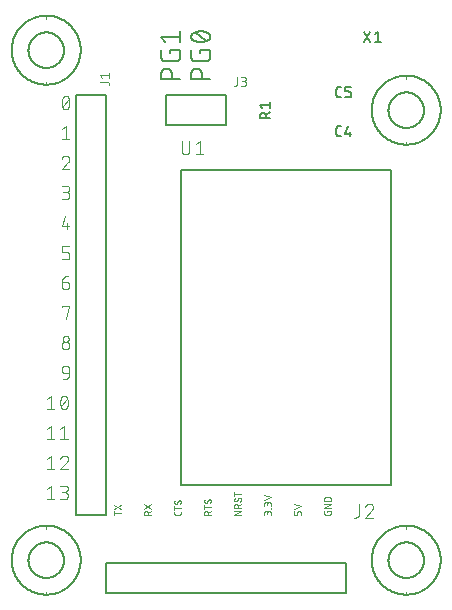
<source format=gbr>
G04 EAGLE Gerber X2 export*
%TF.Part,Single*%
%TF.FileFunction,Legend,Top,1*%
%TF.FilePolarity,Positive*%
%TF.GenerationSoftware,Autodesk,EAGLE,9.0.1*%
%TF.CreationDate,2018-06-18T03:38:51Z*%
G75*
%MOMM*%
%FSLAX34Y34*%
%LPD*%
%AMOC8*
5,1,8,0,0,1.08239X$1,22.5*%
G01*
%ADD10C,0.152400*%
%ADD11C,0.101600*%
%ADD12C,0.050800*%
%ADD13C,0.127000*%
%ADD14C,0.203200*%
%ADD15C,0.076200*%
%ADD16C,0.177800*%


D10*
X177038Y445262D02*
X160782Y445262D01*
X160782Y449778D01*
X160784Y449911D01*
X160790Y450043D01*
X160800Y450175D01*
X160813Y450307D01*
X160831Y450439D01*
X160852Y450569D01*
X160877Y450700D01*
X160906Y450829D01*
X160939Y450957D01*
X160975Y451085D01*
X161015Y451211D01*
X161059Y451336D01*
X161107Y451460D01*
X161158Y451582D01*
X161213Y451703D01*
X161271Y451822D01*
X161333Y451940D01*
X161398Y452055D01*
X161467Y452169D01*
X161538Y452280D01*
X161614Y452389D01*
X161692Y452496D01*
X161773Y452601D01*
X161858Y452703D01*
X161945Y452803D01*
X162035Y452900D01*
X162128Y452995D01*
X162224Y453086D01*
X162322Y453175D01*
X162423Y453261D01*
X162527Y453344D01*
X162633Y453424D01*
X162741Y453500D01*
X162851Y453574D01*
X162964Y453644D01*
X163078Y453711D01*
X163195Y453774D01*
X163313Y453834D01*
X163433Y453891D01*
X163555Y453944D01*
X163678Y453993D01*
X163802Y454039D01*
X163928Y454081D01*
X164055Y454119D01*
X164183Y454154D01*
X164312Y454185D01*
X164441Y454212D01*
X164572Y454235D01*
X164703Y454255D01*
X164835Y454270D01*
X164967Y454282D01*
X165099Y454290D01*
X165232Y454294D01*
X165364Y454294D01*
X165497Y454290D01*
X165629Y454282D01*
X165761Y454270D01*
X165893Y454255D01*
X166024Y454235D01*
X166155Y454212D01*
X166284Y454185D01*
X166413Y454154D01*
X166541Y454119D01*
X166668Y454081D01*
X166794Y454039D01*
X166918Y453993D01*
X167041Y453944D01*
X167163Y453891D01*
X167283Y453834D01*
X167401Y453774D01*
X167518Y453711D01*
X167632Y453644D01*
X167745Y453574D01*
X167855Y453500D01*
X167963Y453424D01*
X168069Y453344D01*
X168173Y453261D01*
X168274Y453175D01*
X168372Y453086D01*
X168468Y452995D01*
X168561Y452900D01*
X168651Y452803D01*
X168738Y452703D01*
X168823Y452601D01*
X168904Y452496D01*
X168982Y452389D01*
X169058Y452280D01*
X169129Y452169D01*
X169198Y452055D01*
X169263Y451940D01*
X169325Y451822D01*
X169383Y451703D01*
X169438Y451582D01*
X169489Y451460D01*
X169537Y451336D01*
X169581Y451211D01*
X169621Y451085D01*
X169657Y450957D01*
X169690Y450829D01*
X169719Y450700D01*
X169744Y450569D01*
X169765Y450439D01*
X169783Y450307D01*
X169796Y450175D01*
X169806Y450043D01*
X169812Y449911D01*
X169814Y449778D01*
X169813Y449778D02*
X169813Y445262D01*
X168007Y467004D02*
X168007Y469713D01*
X177038Y469713D01*
X177038Y464295D01*
X177036Y464177D01*
X177030Y464059D01*
X177021Y463941D01*
X177007Y463824D01*
X176990Y463707D01*
X176969Y463590D01*
X176944Y463475D01*
X176915Y463360D01*
X176882Y463246D01*
X176846Y463134D01*
X176806Y463023D01*
X176763Y462913D01*
X176716Y462804D01*
X176666Y462697D01*
X176611Y462592D01*
X176554Y462489D01*
X176493Y462388D01*
X176429Y462288D01*
X176362Y462191D01*
X176292Y462096D01*
X176218Y462004D01*
X176142Y461913D01*
X176062Y461826D01*
X175980Y461741D01*
X175895Y461659D01*
X175808Y461579D01*
X175717Y461503D01*
X175625Y461429D01*
X175530Y461359D01*
X175433Y461292D01*
X175333Y461228D01*
X175232Y461167D01*
X175129Y461110D01*
X175024Y461055D01*
X174917Y461005D01*
X174808Y460958D01*
X174698Y460915D01*
X174587Y460875D01*
X174475Y460839D01*
X174361Y460806D01*
X174246Y460777D01*
X174131Y460752D01*
X174014Y460731D01*
X173897Y460714D01*
X173780Y460700D01*
X173662Y460691D01*
X173544Y460685D01*
X173426Y460683D01*
X173426Y460682D02*
X164394Y460682D01*
X164276Y460684D01*
X164158Y460690D01*
X164040Y460699D01*
X163922Y460713D01*
X163805Y460730D01*
X163689Y460751D01*
X163574Y460776D01*
X163459Y460805D01*
X163345Y460838D01*
X163233Y460874D01*
X163121Y460914D01*
X163011Y460957D01*
X162903Y461004D01*
X162796Y461055D01*
X162691Y461109D01*
X162588Y461166D01*
X162486Y461227D01*
X162387Y461291D01*
X162290Y461358D01*
X162195Y461429D01*
X162102Y461502D01*
X162012Y461579D01*
X161924Y461658D01*
X161839Y461740D01*
X161757Y461825D01*
X161678Y461913D01*
X161601Y462003D01*
X161528Y462096D01*
X161457Y462190D01*
X161390Y462288D01*
X161326Y462387D01*
X161265Y462488D01*
X161208Y462592D01*
X161154Y462697D01*
X161103Y462804D01*
X161056Y462912D01*
X161013Y463022D01*
X160973Y463134D01*
X160937Y463246D01*
X160904Y463360D01*
X160875Y463475D01*
X160850Y463590D01*
X160829Y463706D01*
X160812Y463823D01*
X160798Y463941D01*
X160789Y464059D01*
X160783Y464177D01*
X160781Y464295D01*
X160782Y464295D02*
X160782Y469713D01*
X163040Y478190D02*
X163329Y478053D01*
X163621Y477923D01*
X163917Y477800D01*
X164215Y477685D01*
X164516Y477576D01*
X164819Y477475D01*
X165125Y477381D01*
X165432Y477294D01*
X165742Y477215D01*
X166054Y477143D01*
X166367Y477079D01*
X166682Y477022D01*
X166998Y476972D01*
X167315Y476930D01*
X167633Y476896D01*
X167951Y476869D01*
X168271Y476850D01*
X168590Y476839D01*
X168910Y476835D01*
X163039Y478190D02*
X162931Y478229D01*
X162824Y478272D01*
X162719Y478318D01*
X162616Y478368D01*
X162514Y478422D01*
X162414Y478479D01*
X162316Y478540D01*
X162220Y478604D01*
X162127Y478671D01*
X162036Y478741D01*
X161947Y478815D01*
X161861Y478891D01*
X161778Y478971D01*
X161697Y479053D01*
X161619Y479138D01*
X161545Y479225D01*
X161473Y479316D01*
X161404Y479408D01*
X161339Y479503D01*
X161277Y479600D01*
X161218Y479699D01*
X161163Y479800D01*
X161112Y479903D01*
X161064Y480008D01*
X161019Y480114D01*
X160978Y480221D01*
X160941Y480330D01*
X160908Y480441D01*
X160879Y480552D01*
X160853Y480664D01*
X160831Y480777D01*
X160814Y480891D01*
X160800Y481005D01*
X160790Y481120D01*
X160784Y481235D01*
X160782Y481350D01*
X160784Y481465D01*
X160790Y481580D01*
X160800Y481695D01*
X160814Y481809D01*
X160831Y481923D01*
X160853Y482036D01*
X160879Y482148D01*
X160908Y482260D01*
X160941Y482370D01*
X160978Y482479D01*
X161019Y482587D01*
X161064Y482693D01*
X161112Y482798D01*
X161163Y482900D01*
X161219Y483002D01*
X161277Y483101D01*
X161339Y483198D01*
X161405Y483293D01*
X161473Y483385D01*
X161545Y483475D01*
X161619Y483563D01*
X161697Y483648D01*
X161778Y483730D01*
X161861Y483809D01*
X161947Y483886D01*
X162036Y483959D01*
X162127Y484030D01*
X162221Y484097D01*
X162316Y484161D01*
X162414Y484222D01*
X162514Y484279D01*
X162616Y484332D01*
X162720Y484383D01*
X162825Y484429D01*
X162932Y484472D01*
X163040Y484511D01*
X163040Y484510D02*
X163329Y484647D01*
X163621Y484777D01*
X163917Y484900D01*
X164215Y485015D01*
X164516Y485124D01*
X164819Y485225D01*
X165125Y485319D01*
X165432Y485406D01*
X165742Y485485D01*
X166054Y485557D01*
X166367Y485621D01*
X166682Y485678D01*
X166998Y485728D01*
X167315Y485770D01*
X167633Y485804D01*
X167951Y485831D01*
X168271Y485850D01*
X168590Y485861D01*
X168910Y485865D01*
X168910Y476835D02*
X169230Y476839D01*
X169549Y476850D01*
X169869Y476869D01*
X170187Y476896D01*
X170505Y476930D01*
X170822Y476972D01*
X171138Y477022D01*
X171453Y477079D01*
X171766Y477143D01*
X172078Y477215D01*
X172388Y477294D01*
X172695Y477381D01*
X173001Y477475D01*
X173304Y477576D01*
X173605Y477685D01*
X173903Y477800D01*
X174199Y477923D01*
X174491Y478053D01*
X174780Y478190D01*
X174781Y478189D02*
X174889Y478228D01*
X174996Y478271D01*
X175101Y478317D01*
X175205Y478368D01*
X175307Y478421D01*
X175407Y478478D01*
X175505Y478539D01*
X175600Y478603D01*
X175694Y478670D01*
X175785Y478741D01*
X175874Y478814D01*
X175960Y478891D01*
X176043Y478970D01*
X176124Y479052D01*
X176202Y479137D01*
X176276Y479225D01*
X176348Y479315D01*
X176417Y479408D01*
X176482Y479502D01*
X176544Y479599D01*
X176602Y479699D01*
X176658Y479800D01*
X176709Y479902D01*
X176757Y480007D01*
X176802Y480113D01*
X176843Y480221D01*
X176880Y480330D01*
X176913Y480440D01*
X176942Y480552D01*
X176968Y480664D01*
X176990Y480777D01*
X177007Y480891D01*
X177021Y481005D01*
X177031Y481120D01*
X177037Y481235D01*
X177039Y481350D01*
X174780Y484510D02*
X174491Y484647D01*
X174199Y484777D01*
X173903Y484900D01*
X173605Y485015D01*
X173304Y485124D01*
X173001Y485225D01*
X172695Y485319D01*
X172388Y485406D01*
X172078Y485485D01*
X171766Y485557D01*
X171453Y485621D01*
X171138Y485678D01*
X170822Y485728D01*
X170505Y485770D01*
X170187Y485804D01*
X169869Y485831D01*
X169549Y485850D01*
X169230Y485861D01*
X168910Y485865D01*
X174780Y484511D02*
X174888Y484472D01*
X174995Y484429D01*
X175100Y484383D01*
X175204Y484332D01*
X175306Y484279D01*
X175406Y484222D01*
X175504Y484161D01*
X175599Y484097D01*
X175693Y484030D01*
X175784Y483959D01*
X175873Y483886D01*
X175959Y483809D01*
X176042Y483730D01*
X176123Y483648D01*
X176201Y483563D01*
X176275Y483475D01*
X176347Y483385D01*
X176416Y483292D01*
X176481Y483198D01*
X176543Y483101D01*
X176601Y483001D01*
X176657Y482900D01*
X176708Y482797D01*
X176756Y482693D01*
X176801Y482587D01*
X176842Y482479D01*
X176879Y482370D01*
X176912Y482260D01*
X176941Y482148D01*
X176967Y482036D01*
X176989Y481923D01*
X177006Y481809D01*
X177020Y481695D01*
X177030Y481580D01*
X177036Y481465D01*
X177038Y481350D01*
X173426Y477738D02*
X164394Y484963D01*
X151638Y445262D02*
X135382Y445262D01*
X135382Y449778D01*
X135384Y449911D01*
X135390Y450043D01*
X135400Y450175D01*
X135413Y450307D01*
X135431Y450439D01*
X135452Y450569D01*
X135477Y450700D01*
X135506Y450829D01*
X135539Y450957D01*
X135575Y451085D01*
X135615Y451211D01*
X135659Y451336D01*
X135707Y451460D01*
X135758Y451582D01*
X135813Y451703D01*
X135871Y451822D01*
X135933Y451940D01*
X135998Y452055D01*
X136067Y452169D01*
X136138Y452280D01*
X136214Y452389D01*
X136292Y452496D01*
X136373Y452601D01*
X136458Y452703D01*
X136545Y452803D01*
X136635Y452900D01*
X136728Y452995D01*
X136824Y453086D01*
X136922Y453175D01*
X137023Y453261D01*
X137127Y453344D01*
X137233Y453424D01*
X137341Y453500D01*
X137451Y453574D01*
X137564Y453644D01*
X137678Y453711D01*
X137795Y453774D01*
X137913Y453834D01*
X138033Y453891D01*
X138155Y453944D01*
X138278Y453993D01*
X138402Y454039D01*
X138528Y454081D01*
X138655Y454119D01*
X138783Y454154D01*
X138912Y454185D01*
X139041Y454212D01*
X139172Y454235D01*
X139303Y454255D01*
X139435Y454270D01*
X139567Y454282D01*
X139699Y454290D01*
X139832Y454294D01*
X139964Y454294D01*
X140097Y454290D01*
X140229Y454282D01*
X140361Y454270D01*
X140493Y454255D01*
X140624Y454235D01*
X140755Y454212D01*
X140884Y454185D01*
X141013Y454154D01*
X141141Y454119D01*
X141268Y454081D01*
X141394Y454039D01*
X141518Y453993D01*
X141641Y453944D01*
X141763Y453891D01*
X141883Y453834D01*
X142001Y453774D01*
X142118Y453711D01*
X142232Y453644D01*
X142345Y453574D01*
X142455Y453500D01*
X142563Y453424D01*
X142669Y453344D01*
X142773Y453261D01*
X142874Y453175D01*
X142972Y453086D01*
X143068Y452995D01*
X143161Y452900D01*
X143251Y452803D01*
X143338Y452703D01*
X143423Y452601D01*
X143504Y452496D01*
X143582Y452389D01*
X143658Y452280D01*
X143729Y452169D01*
X143798Y452055D01*
X143863Y451940D01*
X143925Y451822D01*
X143983Y451703D01*
X144038Y451582D01*
X144089Y451460D01*
X144137Y451336D01*
X144181Y451211D01*
X144221Y451085D01*
X144257Y450957D01*
X144290Y450829D01*
X144319Y450700D01*
X144344Y450569D01*
X144365Y450439D01*
X144383Y450307D01*
X144396Y450175D01*
X144406Y450043D01*
X144412Y449911D01*
X144414Y449778D01*
X144413Y449778D02*
X144413Y445262D01*
X142607Y467004D02*
X142607Y469713D01*
X151638Y469713D01*
X151638Y464295D01*
X151636Y464177D01*
X151630Y464059D01*
X151621Y463941D01*
X151607Y463824D01*
X151590Y463707D01*
X151569Y463590D01*
X151544Y463475D01*
X151515Y463360D01*
X151482Y463246D01*
X151446Y463134D01*
X151406Y463023D01*
X151363Y462913D01*
X151316Y462804D01*
X151266Y462697D01*
X151211Y462592D01*
X151154Y462489D01*
X151093Y462388D01*
X151029Y462288D01*
X150962Y462191D01*
X150892Y462096D01*
X150818Y462004D01*
X150742Y461913D01*
X150662Y461826D01*
X150580Y461741D01*
X150495Y461659D01*
X150408Y461579D01*
X150317Y461503D01*
X150225Y461429D01*
X150130Y461359D01*
X150033Y461292D01*
X149933Y461228D01*
X149832Y461167D01*
X149729Y461110D01*
X149624Y461055D01*
X149517Y461005D01*
X149408Y460958D01*
X149298Y460915D01*
X149187Y460875D01*
X149075Y460839D01*
X148961Y460806D01*
X148846Y460777D01*
X148731Y460752D01*
X148614Y460731D01*
X148497Y460714D01*
X148380Y460700D01*
X148262Y460691D01*
X148144Y460685D01*
X148026Y460683D01*
X148026Y460682D02*
X138994Y460682D01*
X138876Y460684D01*
X138758Y460690D01*
X138640Y460699D01*
X138522Y460713D01*
X138405Y460730D01*
X138289Y460751D01*
X138174Y460776D01*
X138059Y460805D01*
X137945Y460838D01*
X137833Y460874D01*
X137721Y460914D01*
X137611Y460957D01*
X137503Y461004D01*
X137396Y461055D01*
X137291Y461109D01*
X137188Y461166D01*
X137086Y461227D01*
X136987Y461291D01*
X136890Y461358D01*
X136795Y461429D01*
X136702Y461502D01*
X136612Y461579D01*
X136524Y461658D01*
X136439Y461740D01*
X136357Y461825D01*
X136278Y461913D01*
X136201Y462003D01*
X136128Y462096D01*
X136057Y462190D01*
X135990Y462288D01*
X135926Y462387D01*
X135865Y462488D01*
X135808Y462592D01*
X135754Y462697D01*
X135703Y462804D01*
X135656Y462912D01*
X135613Y463022D01*
X135573Y463134D01*
X135537Y463246D01*
X135504Y463360D01*
X135475Y463475D01*
X135450Y463590D01*
X135429Y463706D01*
X135412Y463823D01*
X135398Y463941D01*
X135389Y464059D01*
X135383Y464177D01*
X135381Y464295D01*
X135382Y464295D02*
X135382Y469713D01*
X138994Y476835D02*
X135382Y481350D01*
X151638Y481350D01*
X151638Y476835D02*
X151638Y485866D01*
D11*
X52282Y429669D02*
X52183Y429461D01*
X52090Y429251D01*
X52002Y429039D01*
X51919Y428825D01*
X51841Y428608D01*
X51768Y428390D01*
X51700Y428171D01*
X51638Y427949D01*
X51581Y427727D01*
X51529Y427503D01*
X51483Y427278D01*
X51442Y427052D01*
X51407Y426824D01*
X51377Y426597D01*
X51352Y426368D01*
X51333Y426139D01*
X51319Y425910D01*
X51311Y425680D01*
X51308Y425450D01*
X52282Y429669D02*
X52315Y429759D01*
X52351Y429848D01*
X52391Y429936D01*
X52435Y430021D01*
X52482Y430105D01*
X52532Y430187D01*
X52586Y430267D01*
X52642Y430344D01*
X52702Y430420D01*
X52765Y430493D01*
X52830Y430563D01*
X52899Y430631D01*
X52970Y430695D01*
X53043Y430757D01*
X53119Y430816D01*
X53197Y430872D01*
X53278Y430925D01*
X53360Y430974D01*
X53444Y431020D01*
X53531Y431063D01*
X53618Y431102D01*
X53708Y431138D01*
X53798Y431170D01*
X53890Y431198D01*
X53983Y431223D01*
X54077Y431244D01*
X54171Y431261D01*
X54266Y431275D01*
X54362Y431284D01*
X54458Y431290D01*
X54554Y431292D01*
X54650Y431290D01*
X54746Y431284D01*
X54842Y431275D01*
X54937Y431261D01*
X55031Y431244D01*
X55125Y431223D01*
X55218Y431198D01*
X55310Y431170D01*
X55400Y431138D01*
X55490Y431102D01*
X55577Y431063D01*
X55664Y431020D01*
X55748Y430974D01*
X55830Y430925D01*
X55911Y430872D01*
X55989Y430816D01*
X56065Y430757D01*
X56138Y430695D01*
X56209Y430631D01*
X56278Y430563D01*
X56343Y430493D01*
X56406Y430420D01*
X56466Y430344D01*
X56522Y430267D01*
X56576Y430187D01*
X56626Y430105D01*
X56673Y430021D01*
X56717Y429936D01*
X56757Y429848D01*
X56793Y429759D01*
X56826Y429669D01*
X56925Y429462D01*
X57018Y429252D01*
X57106Y429039D01*
X57189Y428825D01*
X57267Y428609D01*
X57340Y428391D01*
X57408Y428171D01*
X57470Y427950D01*
X57527Y427727D01*
X57579Y427503D01*
X57625Y427278D01*
X57666Y427052D01*
X57701Y426825D01*
X57731Y426597D01*
X57756Y426368D01*
X57775Y426139D01*
X57789Y425910D01*
X57797Y425680D01*
X57800Y425450D01*
X51308Y425450D02*
X51311Y425220D01*
X51319Y424990D01*
X51333Y424761D01*
X51352Y424532D01*
X51377Y424303D01*
X51407Y424075D01*
X51442Y423848D01*
X51483Y423622D01*
X51529Y423397D01*
X51581Y423173D01*
X51638Y422950D01*
X51700Y422729D01*
X51768Y422509D01*
X51841Y422291D01*
X51919Y422075D01*
X52002Y421861D01*
X52090Y421649D01*
X52183Y421438D01*
X52282Y421231D01*
X52315Y421141D01*
X52351Y421052D01*
X52392Y420964D01*
X52435Y420879D01*
X52482Y420795D01*
X52532Y420713D01*
X52586Y420633D01*
X52642Y420556D01*
X52702Y420480D01*
X52765Y420407D01*
X52830Y420337D01*
X52899Y420269D01*
X52970Y420205D01*
X53043Y420143D01*
X53119Y420084D01*
X53197Y420028D01*
X53278Y419975D01*
X53360Y419926D01*
X53444Y419880D01*
X53531Y419837D01*
X53618Y419798D01*
X53708Y419762D01*
X53798Y419730D01*
X53890Y419702D01*
X53983Y419677D01*
X54077Y419656D01*
X54171Y419639D01*
X54266Y419625D01*
X54362Y419616D01*
X54458Y419610D01*
X54554Y419608D01*
X56825Y421231D02*
X56924Y421438D01*
X57017Y421649D01*
X57105Y421861D01*
X57188Y422075D01*
X57266Y422291D01*
X57339Y422509D01*
X57407Y422729D01*
X57469Y422950D01*
X57526Y423173D01*
X57578Y423397D01*
X57624Y423622D01*
X57665Y423848D01*
X57700Y424075D01*
X57730Y424303D01*
X57755Y424532D01*
X57774Y424761D01*
X57788Y424990D01*
X57796Y425220D01*
X57799Y425450D01*
X56826Y421231D02*
X56793Y421141D01*
X56757Y421052D01*
X56717Y420964D01*
X56673Y420879D01*
X56626Y420795D01*
X56576Y420713D01*
X56522Y420633D01*
X56466Y420556D01*
X56406Y420480D01*
X56343Y420407D01*
X56278Y420337D01*
X56209Y420269D01*
X56138Y420205D01*
X56065Y420143D01*
X55989Y420084D01*
X55911Y420028D01*
X55830Y419975D01*
X55748Y419926D01*
X55664Y419880D01*
X55577Y419837D01*
X55490Y419798D01*
X55400Y419762D01*
X55310Y419730D01*
X55218Y419702D01*
X55125Y419677D01*
X55031Y419656D01*
X54937Y419639D01*
X54842Y419625D01*
X54746Y419616D01*
X54650Y419610D01*
X54554Y419608D01*
X51957Y422204D02*
X57150Y428696D01*
X54554Y405892D02*
X51308Y403296D01*
X54554Y405892D02*
X54554Y394208D01*
X57799Y394208D02*
X51308Y394208D01*
X54878Y380492D02*
X54985Y380490D01*
X55091Y380484D01*
X55197Y380474D01*
X55303Y380461D01*
X55409Y380443D01*
X55513Y380422D01*
X55617Y380397D01*
X55720Y380368D01*
X55821Y380336D01*
X55921Y380299D01*
X56020Y380259D01*
X56118Y380216D01*
X56214Y380169D01*
X56308Y380118D01*
X56400Y380064D01*
X56490Y380007D01*
X56578Y379947D01*
X56663Y379883D01*
X56746Y379816D01*
X56827Y379746D01*
X56905Y379674D01*
X56981Y379598D01*
X57053Y379520D01*
X57123Y379439D01*
X57190Y379356D01*
X57254Y379271D01*
X57314Y379183D01*
X57371Y379093D01*
X57425Y379001D01*
X57476Y378907D01*
X57523Y378811D01*
X57566Y378713D01*
X57606Y378614D01*
X57643Y378514D01*
X57675Y378413D01*
X57704Y378310D01*
X57729Y378206D01*
X57750Y378102D01*
X57768Y377996D01*
X57781Y377890D01*
X57791Y377784D01*
X57797Y377678D01*
X57799Y377571D01*
X54878Y380492D02*
X54757Y380490D01*
X54636Y380484D01*
X54516Y380474D01*
X54395Y380461D01*
X54276Y380443D01*
X54156Y380422D01*
X54038Y380397D01*
X53921Y380368D01*
X53804Y380335D01*
X53689Y380299D01*
X53575Y380258D01*
X53462Y380215D01*
X53350Y380167D01*
X53241Y380116D01*
X53133Y380061D01*
X53026Y380003D01*
X52922Y379942D01*
X52820Y379877D01*
X52720Y379809D01*
X52622Y379738D01*
X52526Y379664D01*
X52433Y379587D01*
X52343Y379506D01*
X52255Y379423D01*
X52170Y379337D01*
X52087Y379248D01*
X52008Y379157D01*
X51931Y379063D01*
X51858Y378967D01*
X51788Y378869D01*
X51721Y378768D01*
X51657Y378665D01*
X51597Y378560D01*
X51540Y378453D01*
X51486Y378345D01*
X51436Y378235D01*
X51390Y378123D01*
X51347Y378010D01*
X51308Y377895D01*
X56826Y375299D02*
X56905Y375376D01*
X56981Y375457D01*
X57054Y375540D01*
X57124Y375625D01*
X57191Y375713D01*
X57255Y375803D01*
X57315Y375895D01*
X57372Y375990D01*
X57426Y376086D01*
X57477Y376184D01*
X57524Y376284D01*
X57568Y376386D01*
X57608Y376489D01*
X57644Y376593D01*
X57676Y376699D01*
X57705Y376805D01*
X57730Y376913D01*
X57752Y377021D01*
X57769Y377131D01*
X57783Y377240D01*
X57792Y377350D01*
X57798Y377461D01*
X57800Y377571D01*
X56825Y375299D02*
X51308Y368808D01*
X57799Y368808D01*
X54554Y343408D02*
X51308Y343408D01*
X54554Y343408D02*
X54667Y343410D01*
X54780Y343416D01*
X54893Y343426D01*
X55006Y343440D01*
X55118Y343457D01*
X55229Y343479D01*
X55339Y343504D01*
X55449Y343534D01*
X55557Y343567D01*
X55664Y343604D01*
X55770Y343644D01*
X55874Y343689D01*
X55977Y343737D01*
X56078Y343788D01*
X56177Y343843D01*
X56274Y343901D01*
X56369Y343963D01*
X56462Y344028D01*
X56552Y344096D01*
X56640Y344167D01*
X56726Y344242D01*
X56809Y344319D01*
X56889Y344399D01*
X56966Y344482D01*
X57041Y344568D01*
X57112Y344656D01*
X57180Y344746D01*
X57245Y344839D01*
X57307Y344934D01*
X57365Y345031D01*
X57420Y345130D01*
X57471Y345231D01*
X57519Y345334D01*
X57564Y345438D01*
X57604Y345544D01*
X57641Y345651D01*
X57674Y345759D01*
X57704Y345869D01*
X57729Y345979D01*
X57751Y346090D01*
X57768Y346202D01*
X57782Y346315D01*
X57792Y346428D01*
X57798Y346541D01*
X57800Y346654D01*
X57798Y346767D01*
X57792Y346880D01*
X57782Y346993D01*
X57768Y347106D01*
X57751Y347218D01*
X57729Y347329D01*
X57704Y347439D01*
X57674Y347549D01*
X57641Y347657D01*
X57604Y347764D01*
X57564Y347870D01*
X57519Y347974D01*
X57471Y348077D01*
X57420Y348178D01*
X57365Y348277D01*
X57307Y348374D01*
X57245Y348469D01*
X57180Y348562D01*
X57112Y348652D01*
X57041Y348740D01*
X56966Y348826D01*
X56889Y348909D01*
X56809Y348989D01*
X56726Y349066D01*
X56640Y349141D01*
X56552Y349212D01*
X56462Y349280D01*
X56369Y349345D01*
X56274Y349407D01*
X56177Y349465D01*
X56078Y349520D01*
X55977Y349571D01*
X55874Y349619D01*
X55770Y349664D01*
X55664Y349704D01*
X55557Y349741D01*
X55449Y349774D01*
X55339Y349804D01*
X55229Y349829D01*
X55118Y349851D01*
X55006Y349868D01*
X54893Y349882D01*
X54780Y349892D01*
X54667Y349898D01*
X54554Y349900D01*
X55203Y355092D02*
X51308Y355092D01*
X55203Y355092D02*
X55304Y355090D01*
X55404Y355084D01*
X55504Y355074D01*
X55604Y355061D01*
X55703Y355043D01*
X55802Y355022D01*
X55899Y354997D01*
X55996Y354968D01*
X56091Y354935D01*
X56185Y354899D01*
X56277Y354859D01*
X56368Y354816D01*
X56457Y354769D01*
X56544Y354719D01*
X56630Y354665D01*
X56713Y354608D01*
X56793Y354548D01*
X56872Y354485D01*
X56948Y354418D01*
X57021Y354349D01*
X57091Y354277D01*
X57159Y354203D01*
X57224Y354126D01*
X57285Y354046D01*
X57344Y353964D01*
X57399Y353880D01*
X57451Y353794D01*
X57500Y353706D01*
X57545Y353616D01*
X57587Y353524D01*
X57625Y353431D01*
X57659Y353336D01*
X57690Y353241D01*
X57717Y353144D01*
X57740Y353046D01*
X57760Y352947D01*
X57775Y352847D01*
X57787Y352747D01*
X57795Y352647D01*
X57799Y352546D01*
X57799Y352446D01*
X57795Y352345D01*
X57787Y352245D01*
X57775Y352145D01*
X57760Y352045D01*
X57740Y351946D01*
X57717Y351848D01*
X57690Y351751D01*
X57659Y351656D01*
X57625Y351561D01*
X57587Y351468D01*
X57545Y351376D01*
X57500Y351286D01*
X57451Y351198D01*
X57399Y351112D01*
X57344Y351028D01*
X57285Y350946D01*
X57224Y350866D01*
X57159Y350789D01*
X57091Y350715D01*
X57021Y350643D01*
X56948Y350574D01*
X56872Y350507D01*
X56793Y350444D01*
X56713Y350384D01*
X56630Y350327D01*
X56544Y350273D01*
X56457Y350223D01*
X56368Y350176D01*
X56277Y350133D01*
X56185Y350093D01*
X56091Y350057D01*
X55996Y350024D01*
X55899Y349995D01*
X55802Y349970D01*
X55703Y349949D01*
X55604Y349931D01*
X55504Y349918D01*
X55404Y349908D01*
X55304Y349902D01*
X55203Y349900D01*
X55203Y349899D02*
X52606Y349899D01*
X53904Y329692D02*
X51308Y320604D01*
X57799Y320604D01*
X55852Y323201D02*
X55852Y318008D01*
X55203Y292608D02*
X51308Y292608D01*
X55203Y292608D02*
X55302Y292610D01*
X55402Y292616D01*
X55501Y292625D01*
X55599Y292638D01*
X55697Y292655D01*
X55795Y292676D01*
X55891Y292701D01*
X55986Y292729D01*
X56080Y292761D01*
X56173Y292796D01*
X56265Y292835D01*
X56355Y292878D01*
X56443Y292923D01*
X56530Y292973D01*
X56614Y293025D01*
X56697Y293081D01*
X56777Y293139D01*
X56855Y293201D01*
X56930Y293266D01*
X57003Y293334D01*
X57073Y293404D01*
X57141Y293477D01*
X57206Y293552D01*
X57268Y293630D01*
X57326Y293710D01*
X57382Y293793D01*
X57434Y293877D01*
X57484Y293964D01*
X57529Y294052D01*
X57572Y294142D01*
X57611Y294234D01*
X57646Y294327D01*
X57678Y294421D01*
X57706Y294516D01*
X57731Y294612D01*
X57752Y294710D01*
X57769Y294808D01*
X57782Y294906D01*
X57791Y295005D01*
X57797Y295105D01*
X57799Y295204D01*
X57799Y296503D01*
X57797Y296602D01*
X57791Y296702D01*
X57782Y296801D01*
X57769Y296899D01*
X57752Y296997D01*
X57731Y297095D01*
X57706Y297191D01*
X57678Y297286D01*
X57646Y297380D01*
X57611Y297473D01*
X57572Y297565D01*
X57529Y297655D01*
X57484Y297743D01*
X57434Y297830D01*
X57382Y297914D01*
X57326Y297997D01*
X57268Y298077D01*
X57206Y298155D01*
X57141Y298230D01*
X57073Y298303D01*
X57003Y298373D01*
X56930Y298441D01*
X56855Y298506D01*
X56777Y298568D01*
X56697Y298626D01*
X56614Y298682D01*
X56530Y298734D01*
X56443Y298784D01*
X56355Y298829D01*
X56265Y298872D01*
X56173Y298911D01*
X56080Y298946D01*
X55986Y298978D01*
X55891Y299006D01*
X55795Y299031D01*
X55697Y299052D01*
X55599Y299069D01*
X55501Y299082D01*
X55402Y299091D01*
X55302Y299097D01*
X55203Y299099D01*
X51308Y299099D01*
X51308Y304292D01*
X57799Y304292D01*
X55203Y273699D02*
X51308Y273699D01*
X55203Y273699D02*
X55302Y273697D01*
X55402Y273691D01*
X55501Y273682D01*
X55599Y273669D01*
X55697Y273652D01*
X55795Y273631D01*
X55891Y273606D01*
X55986Y273578D01*
X56080Y273546D01*
X56173Y273511D01*
X56265Y273472D01*
X56355Y273429D01*
X56443Y273384D01*
X56530Y273334D01*
X56614Y273282D01*
X56697Y273226D01*
X56777Y273168D01*
X56855Y273106D01*
X56930Y273041D01*
X57003Y272973D01*
X57073Y272903D01*
X57141Y272830D01*
X57206Y272755D01*
X57268Y272677D01*
X57326Y272597D01*
X57382Y272514D01*
X57434Y272430D01*
X57484Y272343D01*
X57529Y272255D01*
X57572Y272165D01*
X57611Y272073D01*
X57646Y271980D01*
X57678Y271886D01*
X57706Y271791D01*
X57731Y271695D01*
X57752Y271597D01*
X57769Y271499D01*
X57782Y271401D01*
X57791Y271302D01*
X57797Y271202D01*
X57799Y271103D01*
X57799Y270454D01*
X57800Y270454D02*
X57798Y270341D01*
X57792Y270228D01*
X57782Y270115D01*
X57768Y270002D01*
X57751Y269890D01*
X57729Y269779D01*
X57704Y269669D01*
X57674Y269559D01*
X57641Y269451D01*
X57604Y269344D01*
X57564Y269238D01*
X57519Y269134D01*
X57471Y269031D01*
X57420Y268930D01*
X57365Y268831D01*
X57307Y268734D01*
X57245Y268639D01*
X57180Y268546D01*
X57112Y268456D01*
X57041Y268368D01*
X56966Y268282D01*
X56889Y268199D01*
X56809Y268119D01*
X56726Y268042D01*
X56640Y267967D01*
X56552Y267896D01*
X56462Y267828D01*
X56369Y267763D01*
X56274Y267701D01*
X56177Y267643D01*
X56078Y267588D01*
X55977Y267537D01*
X55874Y267489D01*
X55770Y267444D01*
X55664Y267404D01*
X55557Y267367D01*
X55449Y267334D01*
X55339Y267304D01*
X55229Y267279D01*
X55118Y267257D01*
X55006Y267240D01*
X54893Y267226D01*
X54780Y267216D01*
X54667Y267210D01*
X54554Y267208D01*
X54441Y267210D01*
X54328Y267216D01*
X54215Y267226D01*
X54102Y267240D01*
X53990Y267257D01*
X53879Y267279D01*
X53769Y267304D01*
X53659Y267334D01*
X53551Y267367D01*
X53444Y267404D01*
X53338Y267444D01*
X53234Y267489D01*
X53131Y267537D01*
X53030Y267588D01*
X52931Y267643D01*
X52834Y267701D01*
X52739Y267763D01*
X52646Y267828D01*
X52556Y267896D01*
X52468Y267967D01*
X52382Y268042D01*
X52299Y268119D01*
X52219Y268199D01*
X52142Y268282D01*
X52067Y268368D01*
X51996Y268456D01*
X51928Y268546D01*
X51863Y268639D01*
X51801Y268734D01*
X51743Y268831D01*
X51688Y268930D01*
X51637Y269031D01*
X51589Y269134D01*
X51544Y269238D01*
X51504Y269344D01*
X51467Y269451D01*
X51434Y269559D01*
X51404Y269669D01*
X51379Y269779D01*
X51357Y269890D01*
X51340Y270002D01*
X51326Y270115D01*
X51316Y270228D01*
X51310Y270341D01*
X51308Y270454D01*
X51308Y273699D01*
X51310Y273842D01*
X51316Y273985D01*
X51326Y274128D01*
X51340Y274270D01*
X51357Y274412D01*
X51379Y274554D01*
X51404Y274695D01*
X51434Y274835D01*
X51467Y274974D01*
X51504Y275112D01*
X51545Y275249D01*
X51589Y275385D01*
X51638Y275520D01*
X51690Y275653D01*
X51745Y275785D01*
X51805Y275915D01*
X51868Y276044D01*
X51934Y276171D01*
X52004Y276295D01*
X52077Y276418D01*
X52154Y276539D01*
X52234Y276658D01*
X52317Y276774D01*
X52403Y276889D01*
X52492Y277000D01*
X52585Y277110D01*
X52680Y277216D01*
X52779Y277320D01*
X52880Y277421D01*
X52984Y277520D01*
X53090Y277615D01*
X53200Y277708D01*
X53311Y277797D01*
X53426Y277883D01*
X53542Y277966D01*
X53661Y278046D01*
X53782Y278123D01*
X53904Y278196D01*
X54029Y278266D01*
X54156Y278332D01*
X54285Y278395D01*
X54415Y278455D01*
X54547Y278510D01*
X54680Y278562D01*
X54815Y278611D01*
X54951Y278655D01*
X55088Y278696D01*
X55226Y278733D01*
X55365Y278766D01*
X55505Y278796D01*
X55646Y278821D01*
X55788Y278843D01*
X55930Y278860D01*
X56072Y278874D01*
X56215Y278884D01*
X56358Y278890D01*
X56501Y278892D01*
X51308Y253492D02*
X51308Y252194D01*
X51308Y253492D02*
X57799Y253492D01*
X54554Y241808D01*
X57800Y219654D02*
X57798Y219767D01*
X57792Y219880D01*
X57782Y219993D01*
X57768Y220106D01*
X57751Y220218D01*
X57729Y220329D01*
X57704Y220439D01*
X57674Y220549D01*
X57641Y220657D01*
X57604Y220764D01*
X57564Y220870D01*
X57519Y220974D01*
X57471Y221077D01*
X57420Y221178D01*
X57365Y221277D01*
X57307Y221374D01*
X57245Y221469D01*
X57180Y221562D01*
X57112Y221652D01*
X57041Y221740D01*
X56966Y221826D01*
X56889Y221909D01*
X56809Y221989D01*
X56726Y222066D01*
X56640Y222141D01*
X56552Y222212D01*
X56462Y222280D01*
X56369Y222345D01*
X56274Y222407D01*
X56177Y222465D01*
X56078Y222520D01*
X55977Y222571D01*
X55874Y222619D01*
X55770Y222664D01*
X55664Y222704D01*
X55557Y222741D01*
X55449Y222774D01*
X55339Y222804D01*
X55229Y222829D01*
X55118Y222851D01*
X55006Y222868D01*
X54893Y222882D01*
X54780Y222892D01*
X54667Y222898D01*
X54554Y222900D01*
X54441Y222898D01*
X54328Y222892D01*
X54215Y222882D01*
X54102Y222868D01*
X53990Y222851D01*
X53879Y222829D01*
X53769Y222804D01*
X53659Y222774D01*
X53551Y222741D01*
X53444Y222704D01*
X53338Y222664D01*
X53234Y222619D01*
X53131Y222571D01*
X53030Y222520D01*
X52931Y222465D01*
X52834Y222407D01*
X52739Y222345D01*
X52646Y222280D01*
X52556Y222212D01*
X52468Y222141D01*
X52382Y222066D01*
X52299Y221989D01*
X52219Y221909D01*
X52142Y221826D01*
X52067Y221740D01*
X51996Y221652D01*
X51928Y221562D01*
X51863Y221469D01*
X51801Y221374D01*
X51743Y221277D01*
X51688Y221178D01*
X51637Y221077D01*
X51589Y220974D01*
X51544Y220870D01*
X51504Y220764D01*
X51467Y220657D01*
X51434Y220549D01*
X51404Y220439D01*
X51379Y220329D01*
X51357Y220218D01*
X51340Y220106D01*
X51326Y219993D01*
X51316Y219880D01*
X51310Y219767D01*
X51308Y219654D01*
X51310Y219541D01*
X51316Y219428D01*
X51326Y219315D01*
X51340Y219202D01*
X51357Y219090D01*
X51379Y218979D01*
X51404Y218869D01*
X51434Y218759D01*
X51467Y218651D01*
X51504Y218544D01*
X51544Y218438D01*
X51589Y218334D01*
X51637Y218231D01*
X51688Y218130D01*
X51743Y218031D01*
X51801Y217934D01*
X51863Y217839D01*
X51928Y217746D01*
X51996Y217656D01*
X52067Y217568D01*
X52142Y217482D01*
X52219Y217399D01*
X52299Y217319D01*
X52382Y217242D01*
X52468Y217167D01*
X52556Y217096D01*
X52646Y217028D01*
X52739Y216963D01*
X52834Y216901D01*
X52931Y216843D01*
X53030Y216788D01*
X53131Y216737D01*
X53234Y216689D01*
X53338Y216644D01*
X53444Y216604D01*
X53551Y216567D01*
X53659Y216534D01*
X53769Y216504D01*
X53879Y216479D01*
X53990Y216457D01*
X54102Y216440D01*
X54215Y216426D01*
X54328Y216416D01*
X54441Y216410D01*
X54554Y216408D01*
X54667Y216410D01*
X54780Y216416D01*
X54893Y216426D01*
X55006Y216440D01*
X55118Y216457D01*
X55229Y216479D01*
X55339Y216504D01*
X55449Y216534D01*
X55557Y216567D01*
X55664Y216604D01*
X55770Y216644D01*
X55874Y216689D01*
X55977Y216737D01*
X56078Y216788D01*
X56177Y216843D01*
X56274Y216901D01*
X56369Y216963D01*
X56462Y217028D01*
X56552Y217096D01*
X56640Y217167D01*
X56726Y217242D01*
X56809Y217319D01*
X56889Y217399D01*
X56966Y217482D01*
X57041Y217568D01*
X57112Y217656D01*
X57180Y217746D01*
X57245Y217839D01*
X57307Y217934D01*
X57365Y218031D01*
X57420Y218130D01*
X57471Y218231D01*
X57519Y218334D01*
X57564Y218438D01*
X57604Y218544D01*
X57641Y218651D01*
X57674Y218759D01*
X57704Y218869D01*
X57729Y218979D01*
X57751Y219090D01*
X57768Y219202D01*
X57782Y219315D01*
X57792Y219428D01*
X57798Y219541D01*
X57800Y219654D01*
X57150Y225496D02*
X57148Y225597D01*
X57142Y225697D01*
X57132Y225797D01*
X57119Y225897D01*
X57101Y225996D01*
X57080Y226095D01*
X57055Y226192D01*
X57026Y226289D01*
X56993Y226384D01*
X56957Y226478D01*
X56917Y226570D01*
X56874Y226661D01*
X56827Y226750D01*
X56777Y226837D01*
X56723Y226923D01*
X56666Y227006D01*
X56606Y227086D01*
X56543Y227165D01*
X56476Y227241D01*
X56407Y227314D01*
X56335Y227384D01*
X56261Y227452D01*
X56184Y227517D01*
X56104Y227578D01*
X56022Y227637D01*
X55938Y227692D01*
X55852Y227744D01*
X55764Y227793D01*
X55674Y227838D01*
X55582Y227880D01*
X55489Y227918D01*
X55394Y227952D01*
X55299Y227983D01*
X55202Y228010D01*
X55104Y228033D01*
X55005Y228053D01*
X54905Y228068D01*
X54805Y228080D01*
X54705Y228088D01*
X54604Y228092D01*
X54504Y228092D01*
X54403Y228088D01*
X54303Y228080D01*
X54203Y228068D01*
X54103Y228053D01*
X54004Y228033D01*
X53906Y228010D01*
X53809Y227983D01*
X53714Y227952D01*
X53619Y227918D01*
X53526Y227880D01*
X53434Y227838D01*
X53344Y227793D01*
X53256Y227744D01*
X53170Y227692D01*
X53086Y227637D01*
X53004Y227578D01*
X52924Y227517D01*
X52847Y227452D01*
X52773Y227384D01*
X52701Y227314D01*
X52632Y227241D01*
X52565Y227165D01*
X52502Y227086D01*
X52442Y227006D01*
X52385Y226923D01*
X52331Y226837D01*
X52281Y226750D01*
X52234Y226661D01*
X52191Y226570D01*
X52151Y226478D01*
X52115Y226384D01*
X52082Y226289D01*
X52053Y226192D01*
X52028Y226095D01*
X52007Y225996D01*
X51989Y225897D01*
X51976Y225797D01*
X51966Y225697D01*
X51960Y225597D01*
X51958Y225496D01*
X51960Y225395D01*
X51966Y225295D01*
X51976Y225195D01*
X51989Y225095D01*
X52007Y224996D01*
X52028Y224897D01*
X52053Y224800D01*
X52082Y224703D01*
X52115Y224608D01*
X52151Y224514D01*
X52191Y224422D01*
X52234Y224331D01*
X52281Y224242D01*
X52331Y224155D01*
X52385Y224069D01*
X52442Y223986D01*
X52502Y223906D01*
X52565Y223827D01*
X52632Y223751D01*
X52701Y223678D01*
X52773Y223608D01*
X52847Y223540D01*
X52924Y223475D01*
X53004Y223414D01*
X53086Y223355D01*
X53170Y223300D01*
X53256Y223248D01*
X53344Y223199D01*
X53434Y223154D01*
X53526Y223112D01*
X53619Y223074D01*
X53714Y223040D01*
X53809Y223009D01*
X53906Y222982D01*
X54004Y222959D01*
X54103Y222939D01*
X54203Y222924D01*
X54303Y222912D01*
X54403Y222904D01*
X54504Y222900D01*
X54604Y222900D01*
X54705Y222904D01*
X54805Y222912D01*
X54905Y222924D01*
X55005Y222939D01*
X55104Y222959D01*
X55202Y222982D01*
X55299Y223009D01*
X55394Y223040D01*
X55489Y223074D01*
X55582Y223112D01*
X55674Y223154D01*
X55764Y223199D01*
X55852Y223248D01*
X55938Y223300D01*
X56022Y223355D01*
X56104Y223414D01*
X56184Y223475D01*
X56261Y223540D01*
X56335Y223608D01*
X56407Y223678D01*
X56476Y223751D01*
X56543Y223827D01*
X56606Y223906D01*
X56666Y223986D01*
X56723Y224069D01*
X56777Y224155D01*
X56827Y224242D01*
X56874Y224331D01*
X56917Y224422D01*
X56957Y224514D01*
X56993Y224608D01*
X57026Y224703D01*
X57055Y224800D01*
X57080Y224897D01*
X57101Y224996D01*
X57119Y225095D01*
X57132Y225195D01*
X57142Y225295D01*
X57148Y225395D01*
X57150Y225496D01*
X57799Y196201D02*
X53904Y196201D01*
X53805Y196203D01*
X53705Y196209D01*
X53606Y196218D01*
X53508Y196231D01*
X53410Y196248D01*
X53312Y196269D01*
X53216Y196294D01*
X53121Y196322D01*
X53027Y196354D01*
X52934Y196389D01*
X52842Y196428D01*
X52752Y196471D01*
X52664Y196516D01*
X52577Y196566D01*
X52493Y196618D01*
X52410Y196674D01*
X52330Y196732D01*
X52252Y196794D01*
X52177Y196859D01*
X52104Y196927D01*
X52034Y196997D01*
X51966Y197070D01*
X51901Y197145D01*
X51839Y197223D01*
X51781Y197303D01*
X51725Y197386D01*
X51673Y197470D01*
X51623Y197557D01*
X51578Y197645D01*
X51535Y197735D01*
X51496Y197827D01*
X51461Y197920D01*
X51429Y198014D01*
X51401Y198109D01*
X51376Y198205D01*
X51355Y198303D01*
X51338Y198401D01*
X51325Y198499D01*
X51316Y198598D01*
X51310Y198698D01*
X51308Y198797D01*
X51308Y199446D01*
X51310Y199559D01*
X51316Y199672D01*
X51326Y199785D01*
X51340Y199898D01*
X51357Y200010D01*
X51379Y200121D01*
X51404Y200231D01*
X51434Y200341D01*
X51467Y200449D01*
X51504Y200556D01*
X51544Y200662D01*
X51589Y200766D01*
X51637Y200869D01*
X51688Y200970D01*
X51743Y201069D01*
X51801Y201166D01*
X51863Y201261D01*
X51928Y201354D01*
X51996Y201444D01*
X52067Y201532D01*
X52142Y201618D01*
X52219Y201701D01*
X52299Y201781D01*
X52382Y201858D01*
X52468Y201933D01*
X52556Y202004D01*
X52646Y202072D01*
X52739Y202137D01*
X52834Y202199D01*
X52931Y202257D01*
X53030Y202312D01*
X53131Y202363D01*
X53234Y202411D01*
X53338Y202456D01*
X53444Y202496D01*
X53551Y202533D01*
X53659Y202566D01*
X53769Y202596D01*
X53879Y202621D01*
X53990Y202643D01*
X54102Y202660D01*
X54215Y202674D01*
X54328Y202684D01*
X54441Y202690D01*
X54554Y202692D01*
X54667Y202690D01*
X54780Y202684D01*
X54893Y202674D01*
X55006Y202660D01*
X55118Y202643D01*
X55229Y202621D01*
X55339Y202596D01*
X55449Y202566D01*
X55557Y202533D01*
X55664Y202496D01*
X55770Y202456D01*
X55874Y202411D01*
X55977Y202363D01*
X56078Y202312D01*
X56177Y202257D01*
X56274Y202199D01*
X56369Y202137D01*
X56462Y202072D01*
X56552Y202004D01*
X56640Y201933D01*
X56726Y201858D01*
X56809Y201781D01*
X56889Y201701D01*
X56966Y201618D01*
X57041Y201532D01*
X57112Y201444D01*
X57180Y201354D01*
X57245Y201261D01*
X57307Y201166D01*
X57365Y201069D01*
X57420Y200970D01*
X57471Y200869D01*
X57519Y200766D01*
X57564Y200662D01*
X57604Y200556D01*
X57641Y200449D01*
X57674Y200341D01*
X57704Y200231D01*
X57729Y200121D01*
X57751Y200010D01*
X57768Y199898D01*
X57782Y199785D01*
X57792Y199672D01*
X57798Y199559D01*
X57800Y199446D01*
X57799Y199446D02*
X57799Y196201D01*
X57797Y196058D01*
X57791Y195915D01*
X57781Y195772D01*
X57767Y195630D01*
X57750Y195488D01*
X57728Y195346D01*
X57703Y195205D01*
X57673Y195065D01*
X57640Y194926D01*
X57603Y194788D01*
X57562Y194651D01*
X57518Y194515D01*
X57469Y194380D01*
X57417Y194247D01*
X57362Y194115D01*
X57302Y193985D01*
X57239Y193856D01*
X57173Y193729D01*
X57103Y193604D01*
X57030Y193482D01*
X56953Y193361D01*
X56873Y193242D01*
X56790Y193126D01*
X56704Y193011D01*
X56615Y192900D01*
X56522Y192790D01*
X56427Y192684D01*
X56328Y192580D01*
X56227Y192479D01*
X56123Y192380D01*
X56017Y192285D01*
X55907Y192192D01*
X55796Y192103D01*
X55681Y192017D01*
X55565Y191934D01*
X55446Y191854D01*
X55325Y191777D01*
X55202Y191704D01*
X55078Y191634D01*
X54951Y191568D01*
X54822Y191505D01*
X54692Y191445D01*
X54560Y191390D01*
X54427Y191338D01*
X54292Y191289D01*
X54156Y191245D01*
X54019Y191204D01*
X53881Y191167D01*
X53742Y191134D01*
X53602Y191104D01*
X53461Y191079D01*
X53319Y191057D01*
X53177Y191040D01*
X53035Y191026D01*
X52892Y191016D01*
X52749Y191010D01*
X52606Y191008D01*
X41854Y177292D02*
X38608Y174696D01*
X41854Y177292D02*
X41854Y165608D01*
X45099Y165608D02*
X38608Y165608D01*
X50038Y171450D02*
X50041Y171680D01*
X50049Y171910D01*
X50063Y172139D01*
X50082Y172368D01*
X50107Y172597D01*
X50137Y172824D01*
X50172Y173052D01*
X50213Y173278D01*
X50259Y173503D01*
X50311Y173727D01*
X50368Y173949D01*
X50430Y174171D01*
X50498Y174390D01*
X50571Y174608D01*
X50649Y174825D01*
X50732Y175039D01*
X50820Y175251D01*
X50913Y175461D01*
X51012Y175669D01*
X51045Y175759D01*
X51081Y175848D01*
X51121Y175936D01*
X51165Y176021D01*
X51212Y176105D01*
X51262Y176187D01*
X51316Y176267D01*
X51372Y176344D01*
X51432Y176420D01*
X51495Y176493D01*
X51560Y176563D01*
X51629Y176631D01*
X51700Y176695D01*
X51773Y176757D01*
X51849Y176816D01*
X51927Y176872D01*
X52008Y176925D01*
X52090Y176974D01*
X52174Y177020D01*
X52261Y177063D01*
X52348Y177102D01*
X52438Y177138D01*
X52528Y177170D01*
X52620Y177198D01*
X52713Y177223D01*
X52807Y177244D01*
X52901Y177261D01*
X52996Y177275D01*
X53092Y177284D01*
X53188Y177290D01*
X53284Y177292D01*
X53380Y177290D01*
X53476Y177284D01*
X53572Y177275D01*
X53667Y177261D01*
X53761Y177244D01*
X53855Y177223D01*
X53948Y177198D01*
X54040Y177170D01*
X54130Y177138D01*
X54220Y177102D01*
X54307Y177063D01*
X54394Y177020D01*
X54478Y176974D01*
X54560Y176925D01*
X54641Y176872D01*
X54719Y176816D01*
X54795Y176757D01*
X54868Y176695D01*
X54939Y176631D01*
X55008Y176563D01*
X55073Y176493D01*
X55136Y176420D01*
X55196Y176344D01*
X55252Y176267D01*
X55306Y176187D01*
X55356Y176105D01*
X55403Y176021D01*
X55447Y175936D01*
X55487Y175848D01*
X55523Y175759D01*
X55556Y175669D01*
X55655Y175462D01*
X55748Y175252D01*
X55836Y175039D01*
X55919Y174825D01*
X55997Y174609D01*
X56070Y174391D01*
X56138Y174171D01*
X56200Y173950D01*
X56257Y173727D01*
X56309Y173503D01*
X56355Y173278D01*
X56396Y173052D01*
X56431Y172825D01*
X56461Y172597D01*
X56486Y172368D01*
X56505Y172139D01*
X56519Y171910D01*
X56527Y171680D01*
X56530Y171450D01*
X50038Y171450D02*
X50041Y171220D01*
X50049Y170990D01*
X50063Y170761D01*
X50082Y170532D01*
X50107Y170303D01*
X50137Y170075D01*
X50172Y169848D01*
X50213Y169622D01*
X50259Y169397D01*
X50311Y169173D01*
X50368Y168950D01*
X50430Y168729D01*
X50498Y168509D01*
X50571Y168291D01*
X50649Y168075D01*
X50732Y167861D01*
X50820Y167649D01*
X50913Y167438D01*
X51012Y167231D01*
X51045Y167141D01*
X51081Y167052D01*
X51122Y166964D01*
X51165Y166879D01*
X51212Y166795D01*
X51262Y166713D01*
X51316Y166633D01*
X51372Y166556D01*
X51432Y166480D01*
X51495Y166407D01*
X51560Y166337D01*
X51629Y166269D01*
X51700Y166205D01*
X51773Y166143D01*
X51849Y166084D01*
X51927Y166028D01*
X52008Y165975D01*
X52090Y165926D01*
X52174Y165880D01*
X52261Y165837D01*
X52348Y165798D01*
X52438Y165762D01*
X52528Y165730D01*
X52620Y165702D01*
X52713Y165677D01*
X52807Y165656D01*
X52901Y165639D01*
X52996Y165625D01*
X53092Y165616D01*
X53188Y165610D01*
X53284Y165608D01*
X55555Y167231D02*
X55654Y167438D01*
X55747Y167649D01*
X55835Y167861D01*
X55918Y168075D01*
X55996Y168291D01*
X56069Y168509D01*
X56137Y168729D01*
X56199Y168950D01*
X56256Y169173D01*
X56308Y169397D01*
X56354Y169622D01*
X56395Y169848D01*
X56430Y170075D01*
X56460Y170303D01*
X56485Y170532D01*
X56504Y170761D01*
X56518Y170990D01*
X56526Y171220D01*
X56529Y171450D01*
X55556Y167231D02*
X55523Y167141D01*
X55487Y167052D01*
X55447Y166964D01*
X55403Y166879D01*
X55356Y166795D01*
X55306Y166713D01*
X55252Y166633D01*
X55196Y166556D01*
X55136Y166480D01*
X55073Y166407D01*
X55008Y166337D01*
X54939Y166269D01*
X54868Y166205D01*
X54795Y166143D01*
X54719Y166084D01*
X54641Y166028D01*
X54560Y165975D01*
X54478Y165926D01*
X54394Y165880D01*
X54307Y165837D01*
X54220Y165798D01*
X54130Y165762D01*
X54040Y165730D01*
X53948Y165702D01*
X53855Y165677D01*
X53761Y165656D01*
X53667Y165639D01*
X53572Y165625D01*
X53476Y165616D01*
X53380Y165610D01*
X53284Y165608D01*
X50687Y168204D02*
X55880Y174696D01*
X41854Y151892D02*
X38608Y149296D01*
X41854Y151892D02*
X41854Y140208D01*
X45099Y140208D02*
X38608Y140208D01*
X50038Y149296D02*
X53284Y151892D01*
X53284Y140208D01*
X56529Y140208D02*
X50038Y140208D01*
X41854Y126492D02*
X38608Y123896D01*
X41854Y126492D02*
X41854Y114808D01*
X45099Y114808D02*
X38608Y114808D01*
X53608Y126492D02*
X53715Y126490D01*
X53821Y126484D01*
X53927Y126474D01*
X54033Y126461D01*
X54139Y126443D01*
X54243Y126422D01*
X54347Y126397D01*
X54450Y126368D01*
X54551Y126336D01*
X54651Y126299D01*
X54750Y126259D01*
X54848Y126216D01*
X54944Y126169D01*
X55038Y126118D01*
X55130Y126064D01*
X55220Y126007D01*
X55308Y125947D01*
X55393Y125883D01*
X55476Y125816D01*
X55557Y125746D01*
X55635Y125674D01*
X55711Y125598D01*
X55783Y125520D01*
X55853Y125439D01*
X55920Y125356D01*
X55984Y125271D01*
X56044Y125183D01*
X56101Y125093D01*
X56155Y125001D01*
X56206Y124907D01*
X56253Y124811D01*
X56296Y124713D01*
X56336Y124614D01*
X56373Y124514D01*
X56405Y124413D01*
X56434Y124310D01*
X56459Y124206D01*
X56480Y124102D01*
X56498Y123996D01*
X56511Y123890D01*
X56521Y123784D01*
X56527Y123678D01*
X56529Y123571D01*
X53608Y126492D02*
X53487Y126490D01*
X53366Y126484D01*
X53246Y126474D01*
X53125Y126461D01*
X53006Y126443D01*
X52886Y126422D01*
X52768Y126397D01*
X52651Y126368D01*
X52534Y126335D01*
X52419Y126299D01*
X52305Y126258D01*
X52192Y126215D01*
X52080Y126167D01*
X51971Y126116D01*
X51863Y126061D01*
X51756Y126003D01*
X51652Y125942D01*
X51550Y125877D01*
X51450Y125809D01*
X51352Y125738D01*
X51256Y125664D01*
X51163Y125587D01*
X51073Y125506D01*
X50985Y125423D01*
X50900Y125337D01*
X50817Y125248D01*
X50738Y125157D01*
X50661Y125063D01*
X50588Y124967D01*
X50518Y124869D01*
X50451Y124768D01*
X50387Y124665D01*
X50327Y124560D01*
X50270Y124453D01*
X50216Y124345D01*
X50166Y124235D01*
X50120Y124123D01*
X50077Y124010D01*
X50038Y123895D01*
X55556Y121299D02*
X55635Y121376D01*
X55711Y121457D01*
X55784Y121540D01*
X55854Y121625D01*
X55921Y121713D01*
X55985Y121803D01*
X56045Y121895D01*
X56102Y121990D01*
X56156Y122086D01*
X56207Y122184D01*
X56254Y122284D01*
X56298Y122386D01*
X56338Y122489D01*
X56374Y122593D01*
X56406Y122699D01*
X56435Y122805D01*
X56460Y122913D01*
X56482Y123021D01*
X56499Y123131D01*
X56513Y123240D01*
X56522Y123350D01*
X56528Y123461D01*
X56530Y123571D01*
X55555Y121299D02*
X50038Y114808D01*
X56529Y114808D01*
X41854Y101092D02*
X38608Y98496D01*
X41854Y101092D02*
X41854Y89408D01*
X45099Y89408D02*
X38608Y89408D01*
X50038Y89408D02*
X53284Y89408D01*
X53397Y89410D01*
X53510Y89416D01*
X53623Y89426D01*
X53736Y89440D01*
X53848Y89457D01*
X53959Y89479D01*
X54069Y89504D01*
X54179Y89534D01*
X54287Y89567D01*
X54394Y89604D01*
X54500Y89644D01*
X54604Y89689D01*
X54707Y89737D01*
X54808Y89788D01*
X54907Y89843D01*
X55004Y89901D01*
X55099Y89963D01*
X55192Y90028D01*
X55282Y90096D01*
X55370Y90167D01*
X55456Y90242D01*
X55539Y90319D01*
X55619Y90399D01*
X55696Y90482D01*
X55771Y90568D01*
X55842Y90656D01*
X55910Y90746D01*
X55975Y90839D01*
X56037Y90934D01*
X56095Y91031D01*
X56150Y91130D01*
X56201Y91231D01*
X56249Y91334D01*
X56294Y91438D01*
X56334Y91544D01*
X56371Y91651D01*
X56404Y91759D01*
X56434Y91869D01*
X56459Y91979D01*
X56481Y92090D01*
X56498Y92202D01*
X56512Y92315D01*
X56522Y92428D01*
X56528Y92541D01*
X56530Y92654D01*
X56528Y92767D01*
X56522Y92880D01*
X56512Y92993D01*
X56498Y93106D01*
X56481Y93218D01*
X56459Y93329D01*
X56434Y93439D01*
X56404Y93549D01*
X56371Y93657D01*
X56334Y93764D01*
X56294Y93870D01*
X56249Y93974D01*
X56201Y94077D01*
X56150Y94178D01*
X56095Y94277D01*
X56037Y94374D01*
X55975Y94469D01*
X55910Y94562D01*
X55842Y94652D01*
X55771Y94740D01*
X55696Y94826D01*
X55619Y94909D01*
X55539Y94989D01*
X55456Y95066D01*
X55370Y95141D01*
X55282Y95212D01*
X55192Y95280D01*
X55099Y95345D01*
X55004Y95407D01*
X54907Y95465D01*
X54808Y95520D01*
X54707Y95571D01*
X54604Y95619D01*
X54500Y95664D01*
X54394Y95704D01*
X54287Y95741D01*
X54179Y95774D01*
X54069Y95804D01*
X53959Y95829D01*
X53848Y95851D01*
X53736Y95868D01*
X53623Y95882D01*
X53510Y95892D01*
X53397Y95898D01*
X53284Y95900D01*
X53933Y101092D02*
X50038Y101092D01*
X53933Y101092D02*
X54034Y101090D01*
X54134Y101084D01*
X54234Y101074D01*
X54334Y101061D01*
X54433Y101043D01*
X54532Y101022D01*
X54629Y100997D01*
X54726Y100968D01*
X54821Y100935D01*
X54915Y100899D01*
X55007Y100859D01*
X55098Y100816D01*
X55187Y100769D01*
X55274Y100719D01*
X55360Y100665D01*
X55443Y100608D01*
X55523Y100548D01*
X55602Y100485D01*
X55678Y100418D01*
X55751Y100349D01*
X55821Y100277D01*
X55889Y100203D01*
X55954Y100126D01*
X56015Y100046D01*
X56074Y99964D01*
X56129Y99880D01*
X56181Y99794D01*
X56230Y99706D01*
X56275Y99616D01*
X56317Y99524D01*
X56355Y99431D01*
X56389Y99336D01*
X56420Y99241D01*
X56447Y99144D01*
X56470Y99046D01*
X56490Y98947D01*
X56505Y98847D01*
X56517Y98747D01*
X56525Y98647D01*
X56529Y98546D01*
X56529Y98446D01*
X56525Y98345D01*
X56517Y98245D01*
X56505Y98145D01*
X56490Y98045D01*
X56470Y97946D01*
X56447Y97848D01*
X56420Y97751D01*
X56389Y97656D01*
X56355Y97561D01*
X56317Y97468D01*
X56275Y97376D01*
X56230Y97286D01*
X56181Y97198D01*
X56129Y97112D01*
X56074Y97028D01*
X56015Y96946D01*
X55954Y96866D01*
X55889Y96789D01*
X55821Y96715D01*
X55751Y96643D01*
X55678Y96574D01*
X55602Y96507D01*
X55523Y96444D01*
X55443Y96384D01*
X55360Y96327D01*
X55274Y96273D01*
X55187Y96223D01*
X55098Y96176D01*
X55007Y96133D01*
X54915Y96093D01*
X54821Y96057D01*
X54726Y96024D01*
X54629Y95995D01*
X54532Y95970D01*
X54433Y95949D01*
X54334Y95931D01*
X54234Y95918D01*
X54134Y95908D01*
X54034Y95902D01*
X53933Y95900D01*
X53933Y95899D02*
X51336Y95899D01*
D12*
X95758Y78006D02*
X101346Y78006D01*
X95758Y76454D02*
X95758Y79558D01*
X95758Y84990D02*
X101346Y81264D01*
X101346Y84990D02*
X95758Y81264D01*
X121158Y76454D02*
X126746Y76454D01*
X121158Y76454D02*
X121158Y78006D01*
X121160Y78083D01*
X121166Y78161D01*
X121175Y78237D01*
X121189Y78314D01*
X121206Y78389D01*
X121227Y78463D01*
X121252Y78537D01*
X121280Y78609D01*
X121312Y78679D01*
X121347Y78748D01*
X121386Y78815D01*
X121428Y78880D01*
X121473Y78943D01*
X121521Y79004D01*
X121572Y79062D01*
X121626Y79117D01*
X121683Y79170D01*
X121742Y79219D01*
X121804Y79266D01*
X121868Y79310D01*
X121934Y79350D01*
X122002Y79387D01*
X122072Y79421D01*
X122143Y79451D01*
X122216Y79477D01*
X122290Y79500D01*
X122365Y79519D01*
X122440Y79534D01*
X122517Y79546D01*
X122594Y79554D01*
X122671Y79558D01*
X122749Y79558D01*
X122826Y79554D01*
X122903Y79546D01*
X122980Y79534D01*
X123055Y79519D01*
X123130Y79500D01*
X123204Y79477D01*
X123277Y79451D01*
X123348Y79421D01*
X123418Y79387D01*
X123486Y79350D01*
X123552Y79310D01*
X123616Y79266D01*
X123678Y79219D01*
X123737Y79170D01*
X123794Y79117D01*
X123848Y79062D01*
X123899Y79004D01*
X123947Y78943D01*
X123992Y78880D01*
X124034Y78815D01*
X124073Y78748D01*
X124108Y78679D01*
X124140Y78609D01*
X124168Y78537D01*
X124193Y78463D01*
X124214Y78389D01*
X124231Y78314D01*
X124245Y78237D01*
X124254Y78161D01*
X124260Y78083D01*
X124262Y78006D01*
X124262Y76454D01*
X124262Y78317D02*
X126746Y79558D01*
X126746Y81594D02*
X121158Y85319D01*
X121158Y81594D02*
X126746Y85319D01*
X152146Y78938D02*
X152146Y77696D01*
X152144Y77626D01*
X152138Y77557D01*
X152128Y77488D01*
X152115Y77420D01*
X152097Y77352D01*
X152076Y77286D01*
X152051Y77221D01*
X152023Y77157D01*
X151991Y77095D01*
X151956Y77035D01*
X151917Y76977D01*
X151875Y76922D01*
X151830Y76868D01*
X151782Y76818D01*
X151732Y76770D01*
X151678Y76725D01*
X151623Y76683D01*
X151565Y76644D01*
X151505Y76609D01*
X151443Y76577D01*
X151379Y76549D01*
X151314Y76524D01*
X151248Y76503D01*
X151180Y76485D01*
X151112Y76472D01*
X151043Y76462D01*
X150974Y76456D01*
X150904Y76454D01*
X147800Y76454D01*
X147730Y76456D01*
X147661Y76462D01*
X147592Y76472D01*
X147524Y76485D01*
X147456Y76503D01*
X147390Y76524D01*
X147325Y76549D01*
X147261Y76577D01*
X147199Y76609D01*
X147139Y76644D01*
X147081Y76683D01*
X147026Y76725D01*
X146972Y76770D01*
X146922Y76818D01*
X146874Y76868D01*
X146829Y76922D01*
X146787Y76977D01*
X146748Y77035D01*
X146713Y77095D01*
X146681Y77157D01*
X146653Y77221D01*
X146628Y77286D01*
X146607Y77352D01*
X146589Y77420D01*
X146576Y77488D01*
X146566Y77557D01*
X146560Y77626D01*
X146558Y77696D01*
X146558Y78938D01*
X146558Y82229D02*
X152146Y82229D01*
X146558Y80676D02*
X146558Y83781D01*
X150904Y88719D02*
X150974Y88717D01*
X151043Y88711D01*
X151112Y88701D01*
X151180Y88688D01*
X151248Y88670D01*
X151314Y88649D01*
X151379Y88624D01*
X151443Y88596D01*
X151505Y88564D01*
X151565Y88529D01*
X151623Y88490D01*
X151678Y88448D01*
X151732Y88403D01*
X151782Y88355D01*
X151830Y88305D01*
X151875Y88251D01*
X151917Y88196D01*
X151956Y88138D01*
X151991Y88078D01*
X152023Y88016D01*
X152051Y87952D01*
X152076Y87887D01*
X152097Y87821D01*
X152115Y87753D01*
X152128Y87685D01*
X152138Y87616D01*
X152144Y87547D01*
X152146Y87477D01*
X152144Y87378D01*
X152139Y87280D01*
X152129Y87182D01*
X152116Y87084D01*
X152100Y86987D01*
X152080Y86890D01*
X152056Y86795D01*
X152028Y86700D01*
X151997Y86606D01*
X151963Y86514D01*
X151925Y86423D01*
X151884Y86333D01*
X151839Y86245D01*
X151791Y86159D01*
X151740Y86075D01*
X151686Y85993D01*
X151628Y85912D01*
X151568Y85834D01*
X151505Y85759D01*
X151439Y85685D01*
X151370Y85615D01*
X147800Y85769D02*
X147730Y85771D01*
X147661Y85777D01*
X147592Y85787D01*
X147524Y85800D01*
X147456Y85818D01*
X147390Y85839D01*
X147325Y85864D01*
X147261Y85892D01*
X147199Y85924D01*
X147139Y85959D01*
X147081Y85998D01*
X147026Y86040D01*
X146972Y86085D01*
X146922Y86133D01*
X146874Y86183D01*
X146829Y86237D01*
X146787Y86292D01*
X146748Y86350D01*
X146713Y86410D01*
X146681Y86472D01*
X146653Y86536D01*
X146628Y86601D01*
X146607Y86667D01*
X146589Y86735D01*
X146576Y86803D01*
X146566Y86872D01*
X146560Y86941D01*
X146558Y87011D01*
X146560Y87105D01*
X146566Y87198D01*
X146575Y87291D01*
X146588Y87384D01*
X146605Y87476D01*
X146625Y87567D01*
X146650Y87658D01*
X146677Y87747D01*
X146709Y87835D01*
X146744Y87922D01*
X146782Y88008D01*
X146824Y88091D01*
X146869Y88174D01*
X146917Y88254D01*
X146969Y88332D01*
X147024Y88408D01*
X148886Y86391D02*
X148850Y86332D01*
X148810Y86276D01*
X148767Y86222D01*
X148722Y86170D01*
X148673Y86121D01*
X148622Y86075D01*
X148569Y86032D01*
X148513Y85991D01*
X148455Y85954D01*
X148395Y85919D01*
X148334Y85889D01*
X148271Y85861D01*
X148206Y85837D01*
X148140Y85817D01*
X148073Y85800D01*
X148006Y85787D01*
X147938Y85778D01*
X147869Y85772D01*
X147800Y85770D01*
X149818Y88097D02*
X149854Y88156D01*
X149894Y88212D01*
X149937Y88266D01*
X149982Y88318D01*
X150031Y88367D01*
X150082Y88413D01*
X150135Y88456D01*
X150191Y88497D01*
X150249Y88534D01*
X150309Y88569D01*
X150370Y88599D01*
X150433Y88627D01*
X150498Y88651D01*
X150564Y88671D01*
X150631Y88688D01*
X150698Y88701D01*
X150766Y88710D01*
X150835Y88716D01*
X150904Y88718D01*
X149818Y88098D02*
X148886Y86390D01*
X171958Y76454D02*
X177546Y76454D01*
X171958Y76454D02*
X171958Y78006D01*
X171960Y78083D01*
X171966Y78161D01*
X171975Y78237D01*
X171989Y78314D01*
X172006Y78389D01*
X172027Y78463D01*
X172052Y78537D01*
X172080Y78609D01*
X172112Y78679D01*
X172147Y78748D01*
X172186Y78815D01*
X172228Y78880D01*
X172273Y78943D01*
X172321Y79004D01*
X172372Y79062D01*
X172426Y79117D01*
X172483Y79170D01*
X172542Y79219D01*
X172604Y79266D01*
X172668Y79310D01*
X172734Y79350D01*
X172802Y79387D01*
X172872Y79421D01*
X172943Y79451D01*
X173016Y79477D01*
X173090Y79500D01*
X173165Y79519D01*
X173240Y79534D01*
X173317Y79546D01*
X173394Y79554D01*
X173471Y79558D01*
X173549Y79558D01*
X173626Y79554D01*
X173703Y79546D01*
X173780Y79534D01*
X173855Y79519D01*
X173930Y79500D01*
X174004Y79477D01*
X174077Y79451D01*
X174148Y79421D01*
X174218Y79387D01*
X174286Y79350D01*
X174352Y79310D01*
X174416Y79266D01*
X174478Y79219D01*
X174537Y79170D01*
X174594Y79117D01*
X174648Y79062D01*
X174699Y79004D01*
X174747Y78943D01*
X174792Y78880D01*
X174834Y78815D01*
X174873Y78748D01*
X174908Y78679D01*
X174940Y78609D01*
X174968Y78537D01*
X174993Y78463D01*
X175014Y78389D01*
X175031Y78314D01*
X175045Y78237D01*
X175054Y78161D01*
X175060Y78083D01*
X175062Y78006D01*
X175062Y76454D01*
X175062Y78317D02*
X177546Y79558D01*
X177546Y83091D02*
X171958Y83091D01*
X171958Y81539D02*
X171958Y84643D01*
X176304Y89581D02*
X176374Y89579D01*
X176443Y89573D01*
X176512Y89563D01*
X176580Y89550D01*
X176648Y89532D01*
X176714Y89511D01*
X176779Y89486D01*
X176843Y89458D01*
X176905Y89426D01*
X176965Y89391D01*
X177023Y89352D01*
X177078Y89310D01*
X177132Y89265D01*
X177182Y89217D01*
X177230Y89167D01*
X177275Y89113D01*
X177317Y89058D01*
X177356Y89000D01*
X177391Y88940D01*
X177423Y88878D01*
X177451Y88814D01*
X177476Y88749D01*
X177497Y88683D01*
X177515Y88615D01*
X177528Y88547D01*
X177538Y88478D01*
X177544Y88409D01*
X177546Y88339D01*
X177544Y88240D01*
X177539Y88142D01*
X177529Y88044D01*
X177516Y87946D01*
X177500Y87849D01*
X177480Y87752D01*
X177456Y87657D01*
X177428Y87562D01*
X177397Y87468D01*
X177363Y87376D01*
X177325Y87285D01*
X177284Y87195D01*
X177239Y87107D01*
X177191Y87021D01*
X177140Y86937D01*
X177086Y86855D01*
X177028Y86774D01*
X176968Y86696D01*
X176905Y86621D01*
X176839Y86547D01*
X176770Y86477D01*
X173200Y86631D02*
X173130Y86633D01*
X173061Y86639D01*
X172992Y86649D01*
X172924Y86662D01*
X172856Y86680D01*
X172790Y86701D01*
X172725Y86726D01*
X172661Y86754D01*
X172599Y86786D01*
X172539Y86821D01*
X172481Y86860D01*
X172426Y86902D01*
X172372Y86947D01*
X172322Y86995D01*
X172274Y87045D01*
X172229Y87099D01*
X172187Y87154D01*
X172148Y87212D01*
X172113Y87272D01*
X172081Y87334D01*
X172053Y87398D01*
X172028Y87463D01*
X172007Y87529D01*
X171989Y87597D01*
X171976Y87665D01*
X171966Y87734D01*
X171960Y87803D01*
X171958Y87873D01*
X171960Y87967D01*
X171966Y88060D01*
X171975Y88153D01*
X171988Y88246D01*
X172005Y88338D01*
X172025Y88429D01*
X172050Y88520D01*
X172077Y88609D01*
X172109Y88697D01*
X172144Y88784D01*
X172182Y88870D01*
X172224Y88953D01*
X172269Y89036D01*
X172317Y89116D01*
X172369Y89194D01*
X172424Y89270D01*
X174286Y87253D02*
X174250Y87194D01*
X174210Y87138D01*
X174167Y87084D01*
X174122Y87032D01*
X174073Y86983D01*
X174022Y86937D01*
X173969Y86894D01*
X173913Y86853D01*
X173855Y86816D01*
X173795Y86781D01*
X173734Y86751D01*
X173671Y86723D01*
X173606Y86699D01*
X173540Y86679D01*
X173473Y86662D01*
X173406Y86649D01*
X173338Y86640D01*
X173269Y86634D01*
X173200Y86632D01*
X175218Y88960D02*
X175254Y89019D01*
X175294Y89075D01*
X175337Y89129D01*
X175382Y89181D01*
X175431Y89230D01*
X175482Y89276D01*
X175535Y89319D01*
X175591Y89360D01*
X175649Y89397D01*
X175709Y89432D01*
X175770Y89462D01*
X175833Y89490D01*
X175898Y89514D01*
X175964Y89534D01*
X176031Y89551D01*
X176098Y89564D01*
X176166Y89573D01*
X176235Y89579D01*
X176304Y89581D01*
X175218Y88960D02*
X174286Y87252D01*
X197358Y76454D02*
X202946Y76454D01*
X202946Y79558D02*
X197358Y76454D01*
X197358Y79558D02*
X202946Y79558D01*
X202946Y82342D02*
X197358Y82342D01*
X197358Y83894D01*
X197360Y83971D01*
X197366Y84049D01*
X197375Y84125D01*
X197389Y84202D01*
X197406Y84277D01*
X197427Y84351D01*
X197452Y84425D01*
X197480Y84497D01*
X197512Y84567D01*
X197547Y84636D01*
X197586Y84703D01*
X197628Y84768D01*
X197673Y84831D01*
X197721Y84892D01*
X197772Y84950D01*
X197826Y85005D01*
X197883Y85058D01*
X197942Y85107D01*
X198004Y85154D01*
X198068Y85198D01*
X198134Y85238D01*
X198202Y85275D01*
X198272Y85309D01*
X198343Y85339D01*
X198416Y85365D01*
X198490Y85388D01*
X198565Y85407D01*
X198640Y85422D01*
X198717Y85434D01*
X198794Y85442D01*
X198871Y85446D01*
X198949Y85446D01*
X199026Y85442D01*
X199103Y85434D01*
X199180Y85422D01*
X199255Y85407D01*
X199330Y85388D01*
X199404Y85365D01*
X199477Y85339D01*
X199548Y85309D01*
X199618Y85275D01*
X199686Y85238D01*
X199752Y85198D01*
X199816Y85154D01*
X199878Y85107D01*
X199937Y85058D01*
X199994Y85005D01*
X200048Y84950D01*
X200099Y84892D01*
X200147Y84831D01*
X200192Y84768D01*
X200234Y84703D01*
X200273Y84636D01*
X200308Y84567D01*
X200340Y84497D01*
X200368Y84425D01*
X200393Y84351D01*
X200414Y84277D01*
X200431Y84202D01*
X200445Y84125D01*
X200454Y84049D01*
X200460Y83971D01*
X200462Y83894D01*
X200462Y82342D01*
X200462Y84205D02*
X202946Y85447D01*
X202946Y89472D02*
X202944Y89542D01*
X202938Y89611D01*
X202928Y89680D01*
X202915Y89748D01*
X202897Y89816D01*
X202876Y89882D01*
X202851Y89947D01*
X202823Y90011D01*
X202791Y90073D01*
X202756Y90133D01*
X202717Y90191D01*
X202675Y90246D01*
X202630Y90300D01*
X202582Y90350D01*
X202532Y90398D01*
X202478Y90443D01*
X202423Y90485D01*
X202365Y90524D01*
X202305Y90559D01*
X202243Y90591D01*
X202179Y90619D01*
X202114Y90644D01*
X202048Y90665D01*
X201980Y90683D01*
X201912Y90696D01*
X201843Y90706D01*
X201774Y90712D01*
X201704Y90714D01*
X202946Y89472D02*
X202944Y89373D01*
X202939Y89275D01*
X202929Y89177D01*
X202916Y89079D01*
X202900Y88982D01*
X202880Y88885D01*
X202856Y88790D01*
X202828Y88695D01*
X202797Y88601D01*
X202763Y88509D01*
X202725Y88418D01*
X202684Y88328D01*
X202639Y88240D01*
X202591Y88154D01*
X202540Y88070D01*
X202486Y87988D01*
X202428Y87907D01*
X202368Y87829D01*
X202305Y87754D01*
X202239Y87680D01*
X202170Y87610D01*
X198600Y87765D02*
X198530Y87767D01*
X198461Y87773D01*
X198392Y87783D01*
X198324Y87796D01*
X198256Y87814D01*
X198190Y87835D01*
X198125Y87860D01*
X198061Y87888D01*
X197999Y87920D01*
X197939Y87955D01*
X197881Y87994D01*
X197826Y88036D01*
X197772Y88081D01*
X197722Y88129D01*
X197674Y88179D01*
X197629Y88233D01*
X197587Y88288D01*
X197548Y88346D01*
X197513Y88406D01*
X197481Y88468D01*
X197453Y88532D01*
X197428Y88597D01*
X197407Y88663D01*
X197389Y88731D01*
X197376Y88799D01*
X197366Y88868D01*
X197360Y88937D01*
X197358Y89007D01*
X197360Y89101D01*
X197366Y89194D01*
X197375Y89287D01*
X197388Y89380D01*
X197405Y89472D01*
X197425Y89563D01*
X197450Y89654D01*
X197477Y89743D01*
X197509Y89831D01*
X197544Y89918D01*
X197582Y90004D01*
X197624Y90087D01*
X197669Y90170D01*
X197717Y90250D01*
X197769Y90328D01*
X197824Y90404D01*
X199686Y88386D02*
X199650Y88327D01*
X199610Y88271D01*
X199567Y88217D01*
X199522Y88165D01*
X199473Y88116D01*
X199422Y88070D01*
X199369Y88027D01*
X199313Y87986D01*
X199255Y87949D01*
X199195Y87914D01*
X199134Y87884D01*
X199071Y87856D01*
X199006Y87832D01*
X198940Y87812D01*
X198873Y87795D01*
X198806Y87782D01*
X198738Y87773D01*
X198669Y87767D01*
X198600Y87765D01*
X200618Y90093D02*
X200654Y90152D01*
X200694Y90208D01*
X200737Y90262D01*
X200782Y90314D01*
X200831Y90363D01*
X200882Y90409D01*
X200935Y90452D01*
X200991Y90493D01*
X201049Y90530D01*
X201109Y90565D01*
X201170Y90595D01*
X201233Y90623D01*
X201298Y90647D01*
X201364Y90667D01*
X201431Y90684D01*
X201498Y90697D01*
X201566Y90706D01*
X201635Y90712D01*
X201704Y90714D01*
X200618Y90093D02*
X199686Y88386D01*
X197358Y94100D02*
X202946Y94100D01*
X197358Y92547D02*
X197358Y95652D01*
X228346Y78006D02*
X228346Y76454D01*
X228346Y78006D02*
X228344Y78083D01*
X228338Y78161D01*
X228329Y78237D01*
X228315Y78314D01*
X228298Y78389D01*
X228277Y78463D01*
X228252Y78537D01*
X228224Y78609D01*
X228192Y78679D01*
X228157Y78748D01*
X228118Y78815D01*
X228076Y78880D01*
X228031Y78943D01*
X227983Y79004D01*
X227932Y79062D01*
X227878Y79117D01*
X227821Y79170D01*
X227762Y79219D01*
X227700Y79266D01*
X227636Y79310D01*
X227570Y79350D01*
X227502Y79387D01*
X227432Y79421D01*
X227361Y79451D01*
X227288Y79477D01*
X227214Y79500D01*
X227139Y79519D01*
X227064Y79534D01*
X226987Y79546D01*
X226910Y79554D01*
X226833Y79558D01*
X226755Y79558D01*
X226678Y79554D01*
X226601Y79546D01*
X226524Y79534D01*
X226449Y79519D01*
X226374Y79500D01*
X226300Y79477D01*
X226227Y79451D01*
X226156Y79421D01*
X226086Y79387D01*
X226018Y79350D01*
X225952Y79310D01*
X225888Y79266D01*
X225826Y79219D01*
X225767Y79170D01*
X225710Y79117D01*
X225656Y79062D01*
X225605Y79004D01*
X225557Y78943D01*
X225512Y78880D01*
X225470Y78815D01*
X225431Y78748D01*
X225396Y78679D01*
X225364Y78609D01*
X225336Y78537D01*
X225311Y78463D01*
X225290Y78389D01*
X225273Y78314D01*
X225259Y78237D01*
X225250Y78161D01*
X225244Y78083D01*
X225242Y78006D01*
X222758Y78317D02*
X222758Y76454D01*
X222758Y78317D02*
X222760Y78387D01*
X222766Y78456D01*
X222776Y78525D01*
X222789Y78593D01*
X222807Y78661D01*
X222828Y78727D01*
X222853Y78792D01*
X222881Y78856D01*
X222913Y78918D01*
X222948Y78978D01*
X222987Y79036D01*
X223029Y79091D01*
X223074Y79145D01*
X223122Y79195D01*
X223172Y79243D01*
X223226Y79288D01*
X223281Y79330D01*
X223339Y79369D01*
X223399Y79404D01*
X223461Y79436D01*
X223525Y79464D01*
X223590Y79489D01*
X223656Y79510D01*
X223724Y79528D01*
X223792Y79541D01*
X223861Y79551D01*
X223930Y79557D01*
X224000Y79559D01*
X224070Y79557D01*
X224139Y79551D01*
X224208Y79541D01*
X224276Y79528D01*
X224344Y79510D01*
X224410Y79489D01*
X224475Y79464D01*
X224539Y79436D01*
X224601Y79404D01*
X224661Y79369D01*
X224719Y79330D01*
X224774Y79288D01*
X224828Y79243D01*
X224878Y79195D01*
X224926Y79145D01*
X224971Y79091D01*
X225013Y79036D01*
X225052Y78978D01*
X225087Y78918D01*
X225119Y78856D01*
X225147Y78792D01*
X225172Y78727D01*
X225193Y78661D01*
X225211Y78593D01*
X225224Y78525D01*
X225234Y78456D01*
X225240Y78387D01*
X225242Y78317D01*
X225242Y77075D01*
X228036Y81691D02*
X228346Y81691D01*
X228036Y81691D02*
X228036Y82002D01*
X228346Y82002D01*
X228346Y81691D01*
X228346Y84135D02*
X228346Y85687D01*
X228344Y85764D01*
X228338Y85842D01*
X228329Y85918D01*
X228315Y85995D01*
X228298Y86070D01*
X228277Y86144D01*
X228252Y86218D01*
X228224Y86290D01*
X228192Y86360D01*
X228157Y86429D01*
X228118Y86496D01*
X228076Y86561D01*
X228031Y86624D01*
X227983Y86685D01*
X227932Y86743D01*
X227878Y86798D01*
X227821Y86851D01*
X227762Y86900D01*
X227700Y86947D01*
X227636Y86991D01*
X227570Y87031D01*
X227502Y87068D01*
X227432Y87102D01*
X227361Y87132D01*
X227288Y87158D01*
X227214Y87181D01*
X227139Y87200D01*
X227064Y87215D01*
X226987Y87227D01*
X226910Y87235D01*
X226833Y87239D01*
X226755Y87239D01*
X226678Y87235D01*
X226601Y87227D01*
X226524Y87215D01*
X226449Y87200D01*
X226374Y87181D01*
X226300Y87158D01*
X226227Y87132D01*
X226156Y87102D01*
X226086Y87068D01*
X226018Y87031D01*
X225952Y86991D01*
X225888Y86947D01*
X225826Y86900D01*
X225767Y86851D01*
X225710Y86798D01*
X225656Y86743D01*
X225605Y86685D01*
X225557Y86624D01*
X225512Y86561D01*
X225470Y86496D01*
X225431Y86429D01*
X225396Y86360D01*
X225364Y86290D01*
X225336Y86218D01*
X225311Y86144D01*
X225290Y86070D01*
X225273Y85995D01*
X225259Y85918D01*
X225250Y85842D01*
X225244Y85764D01*
X225242Y85687D01*
X222758Y85998D02*
X222758Y84135D01*
X222758Y85998D02*
X222760Y86068D01*
X222766Y86137D01*
X222776Y86206D01*
X222789Y86274D01*
X222807Y86342D01*
X222828Y86408D01*
X222853Y86473D01*
X222881Y86537D01*
X222913Y86599D01*
X222948Y86659D01*
X222987Y86717D01*
X223029Y86772D01*
X223074Y86826D01*
X223122Y86876D01*
X223172Y86924D01*
X223226Y86969D01*
X223281Y87011D01*
X223339Y87050D01*
X223399Y87085D01*
X223461Y87117D01*
X223525Y87145D01*
X223590Y87170D01*
X223656Y87191D01*
X223724Y87209D01*
X223792Y87222D01*
X223861Y87232D01*
X223930Y87238D01*
X224000Y87240D01*
X224070Y87238D01*
X224139Y87232D01*
X224208Y87222D01*
X224276Y87209D01*
X224344Y87191D01*
X224410Y87170D01*
X224475Y87145D01*
X224539Y87117D01*
X224601Y87085D01*
X224661Y87050D01*
X224719Y87011D01*
X224774Y86969D01*
X224828Y86924D01*
X224878Y86876D01*
X224926Y86826D01*
X224971Y86772D01*
X225013Y86717D01*
X225052Y86659D01*
X225087Y86599D01*
X225119Y86537D01*
X225147Y86473D01*
X225172Y86408D01*
X225193Y86342D01*
X225211Y86274D01*
X225224Y86206D01*
X225234Y86137D01*
X225240Y86068D01*
X225242Y85998D01*
X225242Y84756D01*
X222758Y89311D02*
X228346Y91173D01*
X222758Y93036D01*
X253746Y78317D02*
X253746Y76454D01*
X253746Y78317D02*
X253744Y78387D01*
X253738Y78456D01*
X253728Y78525D01*
X253715Y78593D01*
X253697Y78661D01*
X253676Y78727D01*
X253651Y78792D01*
X253623Y78856D01*
X253591Y78918D01*
X253556Y78978D01*
X253517Y79036D01*
X253475Y79091D01*
X253430Y79145D01*
X253382Y79195D01*
X253332Y79243D01*
X253278Y79288D01*
X253223Y79330D01*
X253165Y79369D01*
X253105Y79404D01*
X253043Y79436D01*
X252979Y79464D01*
X252914Y79489D01*
X252848Y79510D01*
X252780Y79528D01*
X252712Y79541D01*
X252643Y79551D01*
X252574Y79557D01*
X252504Y79559D01*
X252504Y79558D02*
X251883Y79558D01*
X251883Y79559D02*
X251813Y79557D01*
X251744Y79551D01*
X251675Y79541D01*
X251607Y79528D01*
X251539Y79510D01*
X251473Y79489D01*
X251408Y79464D01*
X251344Y79436D01*
X251282Y79404D01*
X251222Y79369D01*
X251164Y79330D01*
X251109Y79288D01*
X251055Y79243D01*
X251005Y79195D01*
X250957Y79145D01*
X250912Y79091D01*
X250870Y79036D01*
X250831Y78978D01*
X250796Y78918D01*
X250764Y78856D01*
X250736Y78792D01*
X250711Y78727D01*
X250690Y78661D01*
X250672Y78593D01*
X250659Y78525D01*
X250649Y78456D01*
X250643Y78387D01*
X250641Y78317D01*
X250642Y78317D02*
X250642Y76454D01*
X248158Y76454D01*
X248158Y79558D01*
X248158Y81630D02*
X253746Y83493D01*
X248158Y85355D01*
X276042Y79558D02*
X276042Y78627D01*
X276042Y79558D02*
X279146Y79558D01*
X279146Y77696D01*
X279144Y77626D01*
X279138Y77557D01*
X279128Y77488D01*
X279115Y77420D01*
X279097Y77352D01*
X279076Y77286D01*
X279051Y77221D01*
X279023Y77157D01*
X278991Y77095D01*
X278956Y77035D01*
X278917Y76977D01*
X278875Y76922D01*
X278830Y76868D01*
X278782Y76818D01*
X278732Y76770D01*
X278678Y76725D01*
X278623Y76683D01*
X278565Y76644D01*
X278505Y76609D01*
X278443Y76577D01*
X278379Y76549D01*
X278314Y76524D01*
X278248Y76503D01*
X278180Y76485D01*
X278112Y76472D01*
X278043Y76462D01*
X277974Y76456D01*
X277904Y76454D01*
X274800Y76454D01*
X274730Y76456D01*
X274661Y76462D01*
X274592Y76472D01*
X274524Y76485D01*
X274456Y76503D01*
X274390Y76524D01*
X274325Y76549D01*
X274261Y76577D01*
X274199Y76609D01*
X274139Y76644D01*
X274081Y76683D01*
X274026Y76725D01*
X273972Y76770D01*
X273922Y76818D01*
X273874Y76868D01*
X273829Y76922D01*
X273787Y76977D01*
X273748Y77035D01*
X273713Y77095D01*
X273681Y77157D01*
X273653Y77221D01*
X273628Y77286D01*
X273607Y77352D01*
X273589Y77420D01*
X273576Y77488D01*
X273566Y77557D01*
X273560Y77626D01*
X273558Y77696D01*
X273558Y79558D01*
X273558Y82306D02*
X279146Y82306D01*
X279146Y85411D02*
X273558Y82306D01*
X273558Y85411D02*
X279146Y85411D01*
X279146Y88158D02*
X273558Y88158D01*
X273558Y89710D01*
X273560Y89786D01*
X273565Y89862D01*
X273575Y89938D01*
X273588Y90013D01*
X273605Y90087D01*
X273625Y90161D01*
X273649Y90233D01*
X273676Y90304D01*
X273707Y90374D01*
X273741Y90442D01*
X273779Y90508D01*
X273820Y90572D01*
X273863Y90635D01*
X273910Y90695D01*
X273960Y90752D01*
X274013Y90807D01*
X274068Y90860D01*
X274125Y90910D01*
X274185Y90957D01*
X274248Y91000D01*
X274312Y91041D01*
X274378Y91079D01*
X274446Y91113D01*
X274516Y91144D01*
X274587Y91171D01*
X274660Y91195D01*
X274733Y91215D01*
X274807Y91232D01*
X274882Y91245D01*
X274958Y91255D01*
X275034Y91260D01*
X275110Y91262D01*
X275110Y91263D02*
X277594Y91263D01*
X277594Y91262D02*
X277670Y91260D01*
X277746Y91255D01*
X277822Y91245D01*
X277897Y91232D01*
X277971Y91215D01*
X278045Y91195D01*
X278117Y91171D01*
X278188Y91144D01*
X278258Y91113D01*
X278326Y91079D01*
X278392Y91041D01*
X278456Y91000D01*
X278519Y90957D01*
X278579Y90910D01*
X278636Y90860D01*
X278691Y90807D01*
X278744Y90752D01*
X278794Y90695D01*
X278841Y90635D01*
X278884Y90572D01*
X278925Y90508D01*
X278963Y90442D01*
X278997Y90374D01*
X279028Y90304D01*
X279055Y90233D01*
X279079Y90161D01*
X279099Y90087D01*
X279116Y90013D01*
X279129Y89938D01*
X279139Y89862D01*
X279144Y89786D01*
X279146Y89710D01*
X279146Y88158D01*
D13*
X152400Y101600D02*
X152400Y368300D01*
X330200Y368300D01*
X330200Y101600D01*
X152400Y101600D01*
D11*
X152908Y384754D02*
X152908Y393192D01*
X152908Y384754D02*
X152910Y384641D01*
X152916Y384528D01*
X152926Y384415D01*
X152940Y384302D01*
X152957Y384190D01*
X152979Y384079D01*
X153004Y383969D01*
X153034Y383859D01*
X153067Y383751D01*
X153104Y383644D01*
X153144Y383538D01*
X153189Y383434D01*
X153237Y383331D01*
X153288Y383230D01*
X153343Y383131D01*
X153401Y383034D01*
X153463Y382939D01*
X153528Y382846D01*
X153596Y382756D01*
X153667Y382668D01*
X153742Y382582D01*
X153819Y382499D01*
X153899Y382419D01*
X153982Y382342D01*
X154068Y382267D01*
X154156Y382196D01*
X154246Y382128D01*
X154339Y382063D01*
X154434Y382001D01*
X154531Y381943D01*
X154630Y381888D01*
X154731Y381837D01*
X154834Y381789D01*
X154938Y381744D01*
X155044Y381704D01*
X155151Y381667D01*
X155259Y381634D01*
X155369Y381604D01*
X155479Y381579D01*
X155590Y381557D01*
X155702Y381540D01*
X155815Y381526D01*
X155928Y381516D01*
X156041Y381510D01*
X156154Y381508D01*
X156267Y381510D01*
X156380Y381516D01*
X156493Y381526D01*
X156606Y381540D01*
X156718Y381557D01*
X156829Y381579D01*
X156939Y381604D01*
X157049Y381634D01*
X157157Y381667D01*
X157264Y381704D01*
X157370Y381744D01*
X157474Y381789D01*
X157577Y381837D01*
X157678Y381888D01*
X157777Y381943D01*
X157874Y382001D01*
X157969Y382063D01*
X158062Y382128D01*
X158152Y382196D01*
X158240Y382267D01*
X158326Y382342D01*
X158409Y382419D01*
X158489Y382499D01*
X158566Y382582D01*
X158641Y382668D01*
X158712Y382756D01*
X158780Y382846D01*
X158845Y382939D01*
X158907Y383034D01*
X158965Y383131D01*
X159020Y383230D01*
X159071Y383331D01*
X159119Y383434D01*
X159164Y383538D01*
X159204Y383644D01*
X159241Y383751D01*
X159274Y383859D01*
X159304Y383969D01*
X159329Y384079D01*
X159351Y384190D01*
X159368Y384302D01*
X159382Y384415D01*
X159392Y384528D01*
X159398Y384641D01*
X159400Y384754D01*
X159399Y384754D02*
X159399Y393192D01*
X164719Y390596D02*
X167965Y393192D01*
X167965Y381508D01*
X171210Y381508D02*
X164719Y381508D01*
D12*
X342900Y67310D02*
X342900Y64770D01*
X342900Y11430D02*
X342900Y8890D01*
D10*
X313690Y38100D02*
X313699Y38817D01*
X313725Y39533D01*
X313769Y40249D01*
X313831Y40963D01*
X313910Y41676D01*
X314006Y42386D01*
X314120Y43094D01*
X314251Y43799D01*
X314400Y44500D01*
X314565Y45197D01*
X314748Y45891D01*
X314948Y46579D01*
X315164Y47263D01*
X315397Y47941D01*
X315647Y48613D01*
X315913Y49278D01*
X316196Y49937D01*
X316494Y50589D01*
X316809Y51233D01*
X317139Y51869D01*
X317485Y52498D01*
X317846Y53117D01*
X318222Y53727D01*
X318613Y54328D01*
X319018Y54919D01*
X319438Y55500D01*
X319872Y56071D01*
X320320Y56631D01*
X320782Y57179D01*
X321257Y57716D01*
X321745Y58241D01*
X322245Y58755D01*
X322759Y59255D01*
X323284Y59743D01*
X323821Y60218D01*
X324369Y60680D01*
X324929Y61128D01*
X325500Y61562D01*
X326081Y61982D01*
X326672Y62387D01*
X327273Y62778D01*
X327883Y63154D01*
X328502Y63515D01*
X329131Y63861D01*
X329767Y64191D01*
X330411Y64506D01*
X331063Y64804D01*
X331722Y65087D01*
X332387Y65353D01*
X333059Y65603D01*
X333737Y65836D01*
X334421Y66052D01*
X335109Y66252D01*
X335803Y66435D01*
X336500Y66600D01*
X337201Y66749D01*
X337906Y66880D01*
X338614Y66994D01*
X339324Y67090D01*
X340037Y67169D01*
X340751Y67231D01*
X341467Y67275D01*
X342183Y67301D01*
X342900Y67310D01*
X343617Y67301D01*
X344333Y67275D01*
X345049Y67231D01*
X345763Y67169D01*
X346476Y67090D01*
X347186Y66994D01*
X347894Y66880D01*
X348599Y66749D01*
X349300Y66600D01*
X349997Y66435D01*
X350691Y66252D01*
X351379Y66052D01*
X352063Y65836D01*
X352741Y65603D01*
X353413Y65353D01*
X354078Y65087D01*
X354737Y64804D01*
X355389Y64506D01*
X356033Y64191D01*
X356669Y63861D01*
X357298Y63515D01*
X357917Y63154D01*
X358527Y62778D01*
X359128Y62387D01*
X359719Y61982D01*
X360300Y61562D01*
X360871Y61128D01*
X361431Y60680D01*
X361979Y60218D01*
X362516Y59743D01*
X363041Y59255D01*
X363555Y58755D01*
X364055Y58241D01*
X364543Y57716D01*
X365018Y57179D01*
X365480Y56631D01*
X365928Y56071D01*
X366362Y55500D01*
X366782Y54919D01*
X367187Y54328D01*
X367578Y53727D01*
X367954Y53117D01*
X368315Y52498D01*
X368661Y51869D01*
X368991Y51233D01*
X369306Y50589D01*
X369604Y49937D01*
X369887Y49278D01*
X370153Y48613D01*
X370403Y47941D01*
X370636Y47263D01*
X370852Y46579D01*
X371052Y45891D01*
X371235Y45197D01*
X371400Y44500D01*
X371549Y43799D01*
X371680Y43094D01*
X371794Y42386D01*
X371890Y41676D01*
X371969Y40963D01*
X372031Y40249D01*
X372075Y39533D01*
X372101Y38817D01*
X372110Y38100D01*
X372101Y37383D01*
X372075Y36667D01*
X372031Y35951D01*
X371969Y35237D01*
X371890Y34524D01*
X371794Y33814D01*
X371680Y33106D01*
X371549Y32401D01*
X371400Y31700D01*
X371235Y31003D01*
X371052Y30309D01*
X370852Y29621D01*
X370636Y28937D01*
X370403Y28259D01*
X370153Y27587D01*
X369887Y26922D01*
X369604Y26263D01*
X369306Y25611D01*
X368991Y24967D01*
X368661Y24331D01*
X368315Y23702D01*
X367954Y23083D01*
X367578Y22473D01*
X367187Y21872D01*
X366782Y21281D01*
X366362Y20700D01*
X365928Y20129D01*
X365480Y19569D01*
X365018Y19021D01*
X364543Y18484D01*
X364055Y17959D01*
X363555Y17445D01*
X363041Y16945D01*
X362516Y16457D01*
X361979Y15982D01*
X361431Y15520D01*
X360871Y15072D01*
X360300Y14638D01*
X359719Y14218D01*
X359128Y13813D01*
X358527Y13422D01*
X357917Y13046D01*
X357298Y12685D01*
X356669Y12339D01*
X356033Y12009D01*
X355389Y11694D01*
X354737Y11396D01*
X354078Y11113D01*
X353413Y10847D01*
X352741Y10597D01*
X352063Y10364D01*
X351379Y10148D01*
X350691Y9948D01*
X349997Y9765D01*
X349300Y9600D01*
X348599Y9451D01*
X347894Y9320D01*
X347186Y9206D01*
X346476Y9110D01*
X345763Y9031D01*
X345049Y8969D01*
X344333Y8925D01*
X343617Y8899D01*
X342900Y8890D01*
X342183Y8899D01*
X341467Y8925D01*
X340751Y8969D01*
X340037Y9031D01*
X339324Y9110D01*
X338614Y9206D01*
X337906Y9320D01*
X337201Y9451D01*
X336500Y9600D01*
X335803Y9765D01*
X335109Y9948D01*
X334421Y10148D01*
X333737Y10364D01*
X333059Y10597D01*
X332387Y10847D01*
X331722Y11113D01*
X331063Y11396D01*
X330411Y11694D01*
X329767Y12009D01*
X329131Y12339D01*
X328502Y12685D01*
X327883Y13046D01*
X327273Y13422D01*
X326672Y13813D01*
X326081Y14218D01*
X325500Y14638D01*
X324929Y15072D01*
X324369Y15520D01*
X323821Y15982D01*
X323284Y16457D01*
X322759Y16945D01*
X322245Y17445D01*
X321745Y17959D01*
X321257Y18484D01*
X320782Y19021D01*
X320320Y19569D01*
X319872Y20129D01*
X319438Y20700D01*
X319018Y21281D01*
X318613Y21872D01*
X318222Y22473D01*
X317846Y23083D01*
X317485Y23702D01*
X317139Y24331D01*
X316809Y24967D01*
X316494Y25611D01*
X316196Y26263D01*
X315913Y26922D01*
X315647Y27587D01*
X315397Y28259D01*
X315164Y28937D01*
X314948Y29621D01*
X314748Y30309D01*
X314565Y31003D01*
X314400Y31700D01*
X314251Y32401D01*
X314120Y33106D01*
X314006Y33814D01*
X313910Y34524D01*
X313831Y35237D01*
X313769Y35951D01*
X313725Y36667D01*
X313699Y37383D01*
X313690Y38100D01*
D14*
X327900Y38100D02*
X327905Y38468D01*
X327918Y38836D01*
X327941Y39203D01*
X327972Y39570D01*
X328013Y39936D01*
X328062Y40301D01*
X328121Y40664D01*
X328188Y41026D01*
X328264Y41387D01*
X328350Y41745D01*
X328443Y42101D01*
X328546Y42454D01*
X328657Y42805D01*
X328777Y43153D01*
X328905Y43498D01*
X329042Y43840D01*
X329187Y44179D01*
X329340Y44513D01*
X329502Y44844D01*
X329671Y45171D01*
X329849Y45493D01*
X330034Y45812D01*
X330227Y46125D01*
X330428Y46434D01*
X330636Y46737D01*
X330852Y47035D01*
X331075Y47328D01*
X331305Y47616D01*
X331542Y47898D01*
X331786Y48173D01*
X332036Y48443D01*
X332293Y48707D01*
X332557Y48964D01*
X332827Y49214D01*
X333102Y49458D01*
X333384Y49695D01*
X333672Y49925D01*
X333965Y50148D01*
X334263Y50364D01*
X334566Y50572D01*
X334875Y50773D01*
X335188Y50966D01*
X335507Y51151D01*
X335829Y51329D01*
X336156Y51498D01*
X336487Y51660D01*
X336821Y51813D01*
X337160Y51958D01*
X337502Y52095D01*
X337847Y52223D01*
X338195Y52343D01*
X338546Y52454D01*
X338899Y52557D01*
X339255Y52650D01*
X339613Y52736D01*
X339974Y52812D01*
X340336Y52879D01*
X340699Y52938D01*
X341064Y52987D01*
X341430Y53028D01*
X341797Y53059D01*
X342164Y53082D01*
X342532Y53095D01*
X342900Y53100D01*
X343268Y53095D01*
X343636Y53082D01*
X344003Y53059D01*
X344370Y53028D01*
X344736Y52987D01*
X345101Y52938D01*
X345464Y52879D01*
X345826Y52812D01*
X346187Y52736D01*
X346545Y52650D01*
X346901Y52557D01*
X347254Y52454D01*
X347605Y52343D01*
X347953Y52223D01*
X348298Y52095D01*
X348640Y51958D01*
X348979Y51813D01*
X349313Y51660D01*
X349644Y51498D01*
X349971Y51329D01*
X350293Y51151D01*
X350612Y50966D01*
X350925Y50773D01*
X351234Y50572D01*
X351537Y50364D01*
X351835Y50148D01*
X352128Y49925D01*
X352416Y49695D01*
X352698Y49458D01*
X352973Y49214D01*
X353243Y48964D01*
X353507Y48707D01*
X353764Y48443D01*
X354014Y48173D01*
X354258Y47898D01*
X354495Y47616D01*
X354725Y47328D01*
X354948Y47035D01*
X355164Y46737D01*
X355372Y46434D01*
X355573Y46125D01*
X355766Y45812D01*
X355951Y45493D01*
X356129Y45171D01*
X356298Y44844D01*
X356460Y44513D01*
X356613Y44179D01*
X356758Y43840D01*
X356895Y43498D01*
X357023Y43153D01*
X357143Y42805D01*
X357254Y42454D01*
X357357Y42101D01*
X357450Y41745D01*
X357536Y41387D01*
X357612Y41026D01*
X357679Y40664D01*
X357738Y40301D01*
X357787Y39936D01*
X357828Y39570D01*
X357859Y39203D01*
X357882Y38836D01*
X357895Y38468D01*
X357900Y38100D01*
X357895Y37732D01*
X357882Y37364D01*
X357859Y36997D01*
X357828Y36630D01*
X357787Y36264D01*
X357738Y35899D01*
X357679Y35536D01*
X357612Y35174D01*
X357536Y34813D01*
X357450Y34455D01*
X357357Y34099D01*
X357254Y33746D01*
X357143Y33395D01*
X357023Y33047D01*
X356895Y32702D01*
X356758Y32360D01*
X356613Y32021D01*
X356460Y31687D01*
X356298Y31356D01*
X356129Y31029D01*
X355951Y30707D01*
X355766Y30388D01*
X355573Y30075D01*
X355372Y29766D01*
X355164Y29463D01*
X354948Y29165D01*
X354725Y28872D01*
X354495Y28584D01*
X354258Y28302D01*
X354014Y28027D01*
X353764Y27757D01*
X353507Y27493D01*
X353243Y27236D01*
X352973Y26986D01*
X352698Y26742D01*
X352416Y26505D01*
X352128Y26275D01*
X351835Y26052D01*
X351537Y25836D01*
X351234Y25628D01*
X350925Y25427D01*
X350612Y25234D01*
X350293Y25049D01*
X349971Y24871D01*
X349644Y24702D01*
X349313Y24540D01*
X348979Y24387D01*
X348640Y24242D01*
X348298Y24105D01*
X347953Y23977D01*
X347605Y23857D01*
X347254Y23746D01*
X346901Y23643D01*
X346545Y23550D01*
X346187Y23464D01*
X345826Y23388D01*
X345464Y23321D01*
X345101Y23262D01*
X344736Y23213D01*
X344370Y23172D01*
X344003Y23141D01*
X343636Y23118D01*
X343268Y23105D01*
X342900Y23100D01*
X342532Y23105D01*
X342164Y23118D01*
X341797Y23141D01*
X341430Y23172D01*
X341064Y23213D01*
X340699Y23262D01*
X340336Y23321D01*
X339974Y23388D01*
X339613Y23464D01*
X339255Y23550D01*
X338899Y23643D01*
X338546Y23746D01*
X338195Y23857D01*
X337847Y23977D01*
X337502Y24105D01*
X337160Y24242D01*
X336821Y24387D01*
X336487Y24540D01*
X336156Y24702D01*
X335829Y24871D01*
X335507Y25049D01*
X335188Y25234D01*
X334875Y25427D01*
X334566Y25628D01*
X334263Y25836D01*
X333965Y26052D01*
X333672Y26275D01*
X333384Y26505D01*
X333102Y26742D01*
X332827Y26986D01*
X332557Y27236D01*
X332293Y27493D01*
X332036Y27757D01*
X331786Y28027D01*
X331542Y28302D01*
X331305Y28584D01*
X331075Y28872D01*
X330852Y29165D01*
X330636Y29463D01*
X330428Y29766D01*
X330227Y30075D01*
X330034Y30388D01*
X329849Y30707D01*
X329671Y31029D01*
X329502Y31356D01*
X329340Y31687D01*
X329187Y32021D01*
X329042Y32360D01*
X328905Y32702D01*
X328777Y33047D01*
X328657Y33395D01*
X328546Y33746D01*
X328443Y34099D01*
X328350Y34455D01*
X328264Y34813D01*
X328188Y35174D01*
X328121Y35536D01*
X328062Y35899D01*
X328013Y36264D01*
X327972Y36630D01*
X327941Y36997D01*
X327918Y37364D01*
X327905Y37732D01*
X327900Y38100D01*
D12*
X342900Y445770D02*
X342900Y448310D01*
X342900Y392430D02*
X342900Y389890D01*
D10*
X313690Y419100D02*
X313699Y419817D01*
X313725Y420533D01*
X313769Y421249D01*
X313831Y421963D01*
X313910Y422676D01*
X314006Y423386D01*
X314120Y424094D01*
X314251Y424799D01*
X314400Y425500D01*
X314565Y426197D01*
X314748Y426891D01*
X314948Y427579D01*
X315164Y428263D01*
X315397Y428941D01*
X315647Y429613D01*
X315913Y430278D01*
X316196Y430937D01*
X316494Y431589D01*
X316809Y432233D01*
X317139Y432869D01*
X317485Y433498D01*
X317846Y434117D01*
X318222Y434727D01*
X318613Y435328D01*
X319018Y435919D01*
X319438Y436500D01*
X319872Y437071D01*
X320320Y437631D01*
X320782Y438179D01*
X321257Y438716D01*
X321745Y439241D01*
X322245Y439755D01*
X322759Y440255D01*
X323284Y440743D01*
X323821Y441218D01*
X324369Y441680D01*
X324929Y442128D01*
X325500Y442562D01*
X326081Y442982D01*
X326672Y443387D01*
X327273Y443778D01*
X327883Y444154D01*
X328502Y444515D01*
X329131Y444861D01*
X329767Y445191D01*
X330411Y445506D01*
X331063Y445804D01*
X331722Y446087D01*
X332387Y446353D01*
X333059Y446603D01*
X333737Y446836D01*
X334421Y447052D01*
X335109Y447252D01*
X335803Y447435D01*
X336500Y447600D01*
X337201Y447749D01*
X337906Y447880D01*
X338614Y447994D01*
X339324Y448090D01*
X340037Y448169D01*
X340751Y448231D01*
X341467Y448275D01*
X342183Y448301D01*
X342900Y448310D01*
X343617Y448301D01*
X344333Y448275D01*
X345049Y448231D01*
X345763Y448169D01*
X346476Y448090D01*
X347186Y447994D01*
X347894Y447880D01*
X348599Y447749D01*
X349300Y447600D01*
X349997Y447435D01*
X350691Y447252D01*
X351379Y447052D01*
X352063Y446836D01*
X352741Y446603D01*
X353413Y446353D01*
X354078Y446087D01*
X354737Y445804D01*
X355389Y445506D01*
X356033Y445191D01*
X356669Y444861D01*
X357298Y444515D01*
X357917Y444154D01*
X358527Y443778D01*
X359128Y443387D01*
X359719Y442982D01*
X360300Y442562D01*
X360871Y442128D01*
X361431Y441680D01*
X361979Y441218D01*
X362516Y440743D01*
X363041Y440255D01*
X363555Y439755D01*
X364055Y439241D01*
X364543Y438716D01*
X365018Y438179D01*
X365480Y437631D01*
X365928Y437071D01*
X366362Y436500D01*
X366782Y435919D01*
X367187Y435328D01*
X367578Y434727D01*
X367954Y434117D01*
X368315Y433498D01*
X368661Y432869D01*
X368991Y432233D01*
X369306Y431589D01*
X369604Y430937D01*
X369887Y430278D01*
X370153Y429613D01*
X370403Y428941D01*
X370636Y428263D01*
X370852Y427579D01*
X371052Y426891D01*
X371235Y426197D01*
X371400Y425500D01*
X371549Y424799D01*
X371680Y424094D01*
X371794Y423386D01*
X371890Y422676D01*
X371969Y421963D01*
X372031Y421249D01*
X372075Y420533D01*
X372101Y419817D01*
X372110Y419100D01*
X372101Y418383D01*
X372075Y417667D01*
X372031Y416951D01*
X371969Y416237D01*
X371890Y415524D01*
X371794Y414814D01*
X371680Y414106D01*
X371549Y413401D01*
X371400Y412700D01*
X371235Y412003D01*
X371052Y411309D01*
X370852Y410621D01*
X370636Y409937D01*
X370403Y409259D01*
X370153Y408587D01*
X369887Y407922D01*
X369604Y407263D01*
X369306Y406611D01*
X368991Y405967D01*
X368661Y405331D01*
X368315Y404702D01*
X367954Y404083D01*
X367578Y403473D01*
X367187Y402872D01*
X366782Y402281D01*
X366362Y401700D01*
X365928Y401129D01*
X365480Y400569D01*
X365018Y400021D01*
X364543Y399484D01*
X364055Y398959D01*
X363555Y398445D01*
X363041Y397945D01*
X362516Y397457D01*
X361979Y396982D01*
X361431Y396520D01*
X360871Y396072D01*
X360300Y395638D01*
X359719Y395218D01*
X359128Y394813D01*
X358527Y394422D01*
X357917Y394046D01*
X357298Y393685D01*
X356669Y393339D01*
X356033Y393009D01*
X355389Y392694D01*
X354737Y392396D01*
X354078Y392113D01*
X353413Y391847D01*
X352741Y391597D01*
X352063Y391364D01*
X351379Y391148D01*
X350691Y390948D01*
X349997Y390765D01*
X349300Y390600D01*
X348599Y390451D01*
X347894Y390320D01*
X347186Y390206D01*
X346476Y390110D01*
X345763Y390031D01*
X345049Y389969D01*
X344333Y389925D01*
X343617Y389899D01*
X342900Y389890D01*
X342183Y389899D01*
X341467Y389925D01*
X340751Y389969D01*
X340037Y390031D01*
X339324Y390110D01*
X338614Y390206D01*
X337906Y390320D01*
X337201Y390451D01*
X336500Y390600D01*
X335803Y390765D01*
X335109Y390948D01*
X334421Y391148D01*
X333737Y391364D01*
X333059Y391597D01*
X332387Y391847D01*
X331722Y392113D01*
X331063Y392396D01*
X330411Y392694D01*
X329767Y393009D01*
X329131Y393339D01*
X328502Y393685D01*
X327883Y394046D01*
X327273Y394422D01*
X326672Y394813D01*
X326081Y395218D01*
X325500Y395638D01*
X324929Y396072D01*
X324369Y396520D01*
X323821Y396982D01*
X323284Y397457D01*
X322759Y397945D01*
X322245Y398445D01*
X321745Y398959D01*
X321257Y399484D01*
X320782Y400021D01*
X320320Y400569D01*
X319872Y401129D01*
X319438Y401700D01*
X319018Y402281D01*
X318613Y402872D01*
X318222Y403473D01*
X317846Y404083D01*
X317485Y404702D01*
X317139Y405331D01*
X316809Y405967D01*
X316494Y406611D01*
X316196Y407263D01*
X315913Y407922D01*
X315647Y408587D01*
X315397Y409259D01*
X315164Y409937D01*
X314948Y410621D01*
X314748Y411309D01*
X314565Y412003D01*
X314400Y412700D01*
X314251Y413401D01*
X314120Y414106D01*
X314006Y414814D01*
X313910Y415524D01*
X313831Y416237D01*
X313769Y416951D01*
X313725Y417667D01*
X313699Y418383D01*
X313690Y419100D01*
D14*
X327900Y419100D02*
X327905Y419468D01*
X327918Y419836D01*
X327941Y420203D01*
X327972Y420570D01*
X328013Y420936D01*
X328062Y421301D01*
X328121Y421664D01*
X328188Y422026D01*
X328264Y422387D01*
X328350Y422745D01*
X328443Y423101D01*
X328546Y423454D01*
X328657Y423805D01*
X328777Y424153D01*
X328905Y424498D01*
X329042Y424840D01*
X329187Y425179D01*
X329340Y425513D01*
X329502Y425844D01*
X329671Y426171D01*
X329849Y426493D01*
X330034Y426812D01*
X330227Y427125D01*
X330428Y427434D01*
X330636Y427737D01*
X330852Y428035D01*
X331075Y428328D01*
X331305Y428616D01*
X331542Y428898D01*
X331786Y429173D01*
X332036Y429443D01*
X332293Y429707D01*
X332557Y429964D01*
X332827Y430214D01*
X333102Y430458D01*
X333384Y430695D01*
X333672Y430925D01*
X333965Y431148D01*
X334263Y431364D01*
X334566Y431572D01*
X334875Y431773D01*
X335188Y431966D01*
X335507Y432151D01*
X335829Y432329D01*
X336156Y432498D01*
X336487Y432660D01*
X336821Y432813D01*
X337160Y432958D01*
X337502Y433095D01*
X337847Y433223D01*
X338195Y433343D01*
X338546Y433454D01*
X338899Y433557D01*
X339255Y433650D01*
X339613Y433736D01*
X339974Y433812D01*
X340336Y433879D01*
X340699Y433938D01*
X341064Y433987D01*
X341430Y434028D01*
X341797Y434059D01*
X342164Y434082D01*
X342532Y434095D01*
X342900Y434100D01*
X343268Y434095D01*
X343636Y434082D01*
X344003Y434059D01*
X344370Y434028D01*
X344736Y433987D01*
X345101Y433938D01*
X345464Y433879D01*
X345826Y433812D01*
X346187Y433736D01*
X346545Y433650D01*
X346901Y433557D01*
X347254Y433454D01*
X347605Y433343D01*
X347953Y433223D01*
X348298Y433095D01*
X348640Y432958D01*
X348979Y432813D01*
X349313Y432660D01*
X349644Y432498D01*
X349971Y432329D01*
X350293Y432151D01*
X350612Y431966D01*
X350925Y431773D01*
X351234Y431572D01*
X351537Y431364D01*
X351835Y431148D01*
X352128Y430925D01*
X352416Y430695D01*
X352698Y430458D01*
X352973Y430214D01*
X353243Y429964D01*
X353507Y429707D01*
X353764Y429443D01*
X354014Y429173D01*
X354258Y428898D01*
X354495Y428616D01*
X354725Y428328D01*
X354948Y428035D01*
X355164Y427737D01*
X355372Y427434D01*
X355573Y427125D01*
X355766Y426812D01*
X355951Y426493D01*
X356129Y426171D01*
X356298Y425844D01*
X356460Y425513D01*
X356613Y425179D01*
X356758Y424840D01*
X356895Y424498D01*
X357023Y424153D01*
X357143Y423805D01*
X357254Y423454D01*
X357357Y423101D01*
X357450Y422745D01*
X357536Y422387D01*
X357612Y422026D01*
X357679Y421664D01*
X357738Y421301D01*
X357787Y420936D01*
X357828Y420570D01*
X357859Y420203D01*
X357882Y419836D01*
X357895Y419468D01*
X357900Y419100D01*
X357895Y418732D01*
X357882Y418364D01*
X357859Y417997D01*
X357828Y417630D01*
X357787Y417264D01*
X357738Y416899D01*
X357679Y416536D01*
X357612Y416174D01*
X357536Y415813D01*
X357450Y415455D01*
X357357Y415099D01*
X357254Y414746D01*
X357143Y414395D01*
X357023Y414047D01*
X356895Y413702D01*
X356758Y413360D01*
X356613Y413021D01*
X356460Y412687D01*
X356298Y412356D01*
X356129Y412029D01*
X355951Y411707D01*
X355766Y411388D01*
X355573Y411075D01*
X355372Y410766D01*
X355164Y410463D01*
X354948Y410165D01*
X354725Y409872D01*
X354495Y409584D01*
X354258Y409302D01*
X354014Y409027D01*
X353764Y408757D01*
X353507Y408493D01*
X353243Y408236D01*
X352973Y407986D01*
X352698Y407742D01*
X352416Y407505D01*
X352128Y407275D01*
X351835Y407052D01*
X351537Y406836D01*
X351234Y406628D01*
X350925Y406427D01*
X350612Y406234D01*
X350293Y406049D01*
X349971Y405871D01*
X349644Y405702D01*
X349313Y405540D01*
X348979Y405387D01*
X348640Y405242D01*
X348298Y405105D01*
X347953Y404977D01*
X347605Y404857D01*
X347254Y404746D01*
X346901Y404643D01*
X346545Y404550D01*
X346187Y404464D01*
X345826Y404388D01*
X345464Y404321D01*
X345101Y404262D01*
X344736Y404213D01*
X344370Y404172D01*
X344003Y404141D01*
X343636Y404118D01*
X343268Y404105D01*
X342900Y404100D01*
X342532Y404105D01*
X342164Y404118D01*
X341797Y404141D01*
X341430Y404172D01*
X341064Y404213D01*
X340699Y404262D01*
X340336Y404321D01*
X339974Y404388D01*
X339613Y404464D01*
X339255Y404550D01*
X338899Y404643D01*
X338546Y404746D01*
X338195Y404857D01*
X337847Y404977D01*
X337502Y405105D01*
X337160Y405242D01*
X336821Y405387D01*
X336487Y405540D01*
X336156Y405702D01*
X335829Y405871D01*
X335507Y406049D01*
X335188Y406234D01*
X334875Y406427D01*
X334566Y406628D01*
X334263Y406836D01*
X333965Y407052D01*
X333672Y407275D01*
X333384Y407505D01*
X333102Y407742D01*
X332827Y407986D01*
X332557Y408236D01*
X332293Y408493D01*
X332036Y408757D01*
X331786Y409027D01*
X331542Y409302D01*
X331305Y409584D01*
X331075Y409872D01*
X330852Y410165D01*
X330636Y410463D01*
X330428Y410766D01*
X330227Y411075D01*
X330034Y411388D01*
X329849Y411707D01*
X329671Y412029D01*
X329502Y412356D01*
X329340Y412687D01*
X329187Y413021D01*
X329042Y413360D01*
X328905Y413702D01*
X328777Y414047D01*
X328657Y414395D01*
X328546Y414746D01*
X328443Y415099D01*
X328350Y415455D01*
X328264Y415813D01*
X328188Y416174D01*
X328121Y416536D01*
X328062Y416899D01*
X328013Y417264D01*
X327972Y417630D01*
X327941Y417997D01*
X327918Y418364D01*
X327905Y418732D01*
X327900Y419100D01*
D12*
X38100Y496570D02*
X38100Y499110D01*
X38100Y443230D02*
X38100Y440690D01*
D10*
X8890Y469900D02*
X8899Y470617D01*
X8925Y471333D01*
X8969Y472049D01*
X9031Y472763D01*
X9110Y473476D01*
X9206Y474186D01*
X9320Y474894D01*
X9451Y475599D01*
X9600Y476300D01*
X9765Y476997D01*
X9948Y477691D01*
X10148Y478379D01*
X10364Y479063D01*
X10597Y479741D01*
X10847Y480413D01*
X11113Y481078D01*
X11396Y481737D01*
X11694Y482389D01*
X12009Y483033D01*
X12339Y483669D01*
X12685Y484298D01*
X13046Y484917D01*
X13422Y485527D01*
X13813Y486128D01*
X14218Y486719D01*
X14638Y487300D01*
X15072Y487871D01*
X15520Y488431D01*
X15982Y488979D01*
X16457Y489516D01*
X16945Y490041D01*
X17445Y490555D01*
X17959Y491055D01*
X18484Y491543D01*
X19021Y492018D01*
X19569Y492480D01*
X20129Y492928D01*
X20700Y493362D01*
X21281Y493782D01*
X21872Y494187D01*
X22473Y494578D01*
X23083Y494954D01*
X23702Y495315D01*
X24331Y495661D01*
X24967Y495991D01*
X25611Y496306D01*
X26263Y496604D01*
X26922Y496887D01*
X27587Y497153D01*
X28259Y497403D01*
X28937Y497636D01*
X29621Y497852D01*
X30309Y498052D01*
X31003Y498235D01*
X31700Y498400D01*
X32401Y498549D01*
X33106Y498680D01*
X33814Y498794D01*
X34524Y498890D01*
X35237Y498969D01*
X35951Y499031D01*
X36667Y499075D01*
X37383Y499101D01*
X38100Y499110D01*
X38817Y499101D01*
X39533Y499075D01*
X40249Y499031D01*
X40963Y498969D01*
X41676Y498890D01*
X42386Y498794D01*
X43094Y498680D01*
X43799Y498549D01*
X44500Y498400D01*
X45197Y498235D01*
X45891Y498052D01*
X46579Y497852D01*
X47263Y497636D01*
X47941Y497403D01*
X48613Y497153D01*
X49278Y496887D01*
X49937Y496604D01*
X50589Y496306D01*
X51233Y495991D01*
X51869Y495661D01*
X52498Y495315D01*
X53117Y494954D01*
X53727Y494578D01*
X54328Y494187D01*
X54919Y493782D01*
X55500Y493362D01*
X56071Y492928D01*
X56631Y492480D01*
X57179Y492018D01*
X57716Y491543D01*
X58241Y491055D01*
X58755Y490555D01*
X59255Y490041D01*
X59743Y489516D01*
X60218Y488979D01*
X60680Y488431D01*
X61128Y487871D01*
X61562Y487300D01*
X61982Y486719D01*
X62387Y486128D01*
X62778Y485527D01*
X63154Y484917D01*
X63515Y484298D01*
X63861Y483669D01*
X64191Y483033D01*
X64506Y482389D01*
X64804Y481737D01*
X65087Y481078D01*
X65353Y480413D01*
X65603Y479741D01*
X65836Y479063D01*
X66052Y478379D01*
X66252Y477691D01*
X66435Y476997D01*
X66600Y476300D01*
X66749Y475599D01*
X66880Y474894D01*
X66994Y474186D01*
X67090Y473476D01*
X67169Y472763D01*
X67231Y472049D01*
X67275Y471333D01*
X67301Y470617D01*
X67310Y469900D01*
X67301Y469183D01*
X67275Y468467D01*
X67231Y467751D01*
X67169Y467037D01*
X67090Y466324D01*
X66994Y465614D01*
X66880Y464906D01*
X66749Y464201D01*
X66600Y463500D01*
X66435Y462803D01*
X66252Y462109D01*
X66052Y461421D01*
X65836Y460737D01*
X65603Y460059D01*
X65353Y459387D01*
X65087Y458722D01*
X64804Y458063D01*
X64506Y457411D01*
X64191Y456767D01*
X63861Y456131D01*
X63515Y455502D01*
X63154Y454883D01*
X62778Y454273D01*
X62387Y453672D01*
X61982Y453081D01*
X61562Y452500D01*
X61128Y451929D01*
X60680Y451369D01*
X60218Y450821D01*
X59743Y450284D01*
X59255Y449759D01*
X58755Y449245D01*
X58241Y448745D01*
X57716Y448257D01*
X57179Y447782D01*
X56631Y447320D01*
X56071Y446872D01*
X55500Y446438D01*
X54919Y446018D01*
X54328Y445613D01*
X53727Y445222D01*
X53117Y444846D01*
X52498Y444485D01*
X51869Y444139D01*
X51233Y443809D01*
X50589Y443494D01*
X49937Y443196D01*
X49278Y442913D01*
X48613Y442647D01*
X47941Y442397D01*
X47263Y442164D01*
X46579Y441948D01*
X45891Y441748D01*
X45197Y441565D01*
X44500Y441400D01*
X43799Y441251D01*
X43094Y441120D01*
X42386Y441006D01*
X41676Y440910D01*
X40963Y440831D01*
X40249Y440769D01*
X39533Y440725D01*
X38817Y440699D01*
X38100Y440690D01*
X37383Y440699D01*
X36667Y440725D01*
X35951Y440769D01*
X35237Y440831D01*
X34524Y440910D01*
X33814Y441006D01*
X33106Y441120D01*
X32401Y441251D01*
X31700Y441400D01*
X31003Y441565D01*
X30309Y441748D01*
X29621Y441948D01*
X28937Y442164D01*
X28259Y442397D01*
X27587Y442647D01*
X26922Y442913D01*
X26263Y443196D01*
X25611Y443494D01*
X24967Y443809D01*
X24331Y444139D01*
X23702Y444485D01*
X23083Y444846D01*
X22473Y445222D01*
X21872Y445613D01*
X21281Y446018D01*
X20700Y446438D01*
X20129Y446872D01*
X19569Y447320D01*
X19021Y447782D01*
X18484Y448257D01*
X17959Y448745D01*
X17445Y449245D01*
X16945Y449759D01*
X16457Y450284D01*
X15982Y450821D01*
X15520Y451369D01*
X15072Y451929D01*
X14638Y452500D01*
X14218Y453081D01*
X13813Y453672D01*
X13422Y454273D01*
X13046Y454883D01*
X12685Y455502D01*
X12339Y456131D01*
X12009Y456767D01*
X11694Y457411D01*
X11396Y458063D01*
X11113Y458722D01*
X10847Y459387D01*
X10597Y460059D01*
X10364Y460737D01*
X10148Y461421D01*
X9948Y462109D01*
X9765Y462803D01*
X9600Y463500D01*
X9451Y464201D01*
X9320Y464906D01*
X9206Y465614D01*
X9110Y466324D01*
X9031Y467037D01*
X8969Y467751D01*
X8925Y468467D01*
X8899Y469183D01*
X8890Y469900D01*
D14*
X23100Y469900D02*
X23105Y470268D01*
X23118Y470636D01*
X23141Y471003D01*
X23172Y471370D01*
X23213Y471736D01*
X23262Y472101D01*
X23321Y472464D01*
X23388Y472826D01*
X23464Y473187D01*
X23550Y473545D01*
X23643Y473901D01*
X23746Y474254D01*
X23857Y474605D01*
X23977Y474953D01*
X24105Y475298D01*
X24242Y475640D01*
X24387Y475979D01*
X24540Y476313D01*
X24702Y476644D01*
X24871Y476971D01*
X25049Y477293D01*
X25234Y477612D01*
X25427Y477925D01*
X25628Y478234D01*
X25836Y478537D01*
X26052Y478835D01*
X26275Y479128D01*
X26505Y479416D01*
X26742Y479698D01*
X26986Y479973D01*
X27236Y480243D01*
X27493Y480507D01*
X27757Y480764D01*
X28027Y481014D01*
X28302Y481258D01*
X28584Y481495D01*
X28872Y481725D01*
X29165Y481948D01*
X29463Y482164D01*
X29766Y482372D01*
X30075Y482573D01*
X30388Y482766D01*
X30707Y482951D01*
X31029Y483129D01*
X31356Y483298D01*
X31687Y483460D01*
X32021Y483613D01*
X32360Y483758D01*
X32702Y483895D01*
X33047Y484023D01*
X33395Y484143D01*
X33746Y484254D01*
X34099Y484357D01*
X34455Y484450D01*
X34813Y484536D01*
X35174Y484612D01*
X35536Y484679D01*
X35899Y484738D01*
X36264Y484787D01*
X36630Y484828D01*
X36997Y484859D01*
X37364Y484882D01*
X37732Y484895D01*
X38100Y484900D01*
X38468Y484895D01*
X38836Y484882D01*
X39203Y484859D01*
X39570Y484828D01*
X39936Y484787D01*
X40301Y484738D01*
X40664Y484679D01*
X41026Y484612D01*
X41387Y484536D01*
X41745Y484450D01*
X42101Y484357D01*
X42454Y484254D01*
X42805Y484143D01*
X43153Y484023D01*
X43498Y483895D01*
X43840Y483758D01*
X44179Y483613D01*
X44513Y483460D01*
X44844Y483298D01*
X45171Y483129D01*
X45493Y482951D01*
X45812Y482766D01*
X46125Y482573D01*
X46434Y482372D01*
X46737Y482164D01*
X47035Y481948D01*
X47328Y481725D01*
X47616Y481495D01*
X47898Y481258D01*
X48173Y481014D01*
X48443Y480764D01*
X48707Y480507D01*
X48964Y480243D01*
X49214Y479973D01*
X49458Y479698D01*
X49695Y479416D01*
X49925Y479128D01*
X50148Y478835D01*
X50364Y478537D01*
X50572Y478234D01*
X50773Y477925D01*
X50966Y477612D01*
X51151Y477293D01*
X51329Y476971D01*
X51498Y476644D01*
X51660Y476313D01*
X51813Y475979D01*
X51958Y475640D01*
X52095Y475298D01*
X52223Y474953D01*
X52343Y474605D01*
X52454Y474254D01*
X52557Y473901D01*
X52650Y473545D01*
X52736Y473187D01*
X52812Y472826D01*
X52879Y472464D01*
X52938Y472101D01*
X52987Y471736D01*
X53028Y471370D01*
X53059Y471003D01*
X53082Y470636D01*
X53095Y470268D01*
X53100Y469900D01*
X53095Y469532D01*
X53082Y469164D01*
X53059Y468797D01*
X53028Y468430D01*
X52987Y468064D01*
X52938Y467699D01*
X52879Y467336D01*
X52812Y466974D01*
X52736Y466613D01*
X52650Y466255D01*
X52557Y465899D01*
X52454Y465546D01*
X52343Y465195D01*
X52223Y464847D01*
X52095Y464502D01*
X51958Y464160D01*
X51813Y463821D01*
X51660Y463487D01*
X51498Y463156D01*
X51329Y462829D01*
X51151Y462507D01*
X50966Y462188D01*
X50773Y461875D01*
X50572Y461566D01*
X50364Y461263D01*
X50148Y460965D01*
X49925Y460672D01*
X49695Y460384D01*
X49458Y460102D01*
X49214Y459827D01*
X48964Y459557D01*
X48707Y459293D01*
X48443Y459036D01*
X48173Y458786D01*
X47898Y458542D01*
X47616Y458305D01*
X47328Y458075D01*
X47035Y457852D01*
X46737Y457636D01*
X46434Y457428D01*
X46125Y457227D01*
X45812Y457034D01*
X45493Y456849D01*
X45171Y456671D01*
X44844Y456502D01*
X44513Y456340D01*
X44179Y456187D01*
X43840Y456042D01*
X43498Y455905D01*
X43153Y455777D01*
X42805Y455657D01*
X42454Y455546D01*
X42101Y455443D01*
X41745Y455350D01*
X41387Y455264D01*
X41026Y455188D01*
X40664Y455121D01*
X40301Y455062D01*
X39936Y455013D01*
X39570Y454972D01*
X39203Y454941D01*
X38836Y454918D01*
X38468Y454905D01*
X38100Y454900D01*
X37732Y454905D01*
X37364Y454918D01*
X36997Y454941D01*
X36630Y454972D01*
X36264Y455013D01*
X35899Y455062D01*
X35536Y455121D01*
X35174Y455188D01*
X34813Y455264D01*
X34455Y455350D01*
X34099Y455443D01*
X33746Y455546D01*
X33395Y455657D01*
X33047Y455777D01*
X32702Y455905D01*
X32360Y456042D01*
X32021Y456187D01*
X31687Y456340D01*
X31356Y456502D01*
X31029Y456671D01*
X30707Y456849D01*
X30388Y457034D01*
X30075Y457227D01*
X29766Y457428D01*
X29463Y457636D01*
X29165Y457852D01*
X28872Y458075D01*
X28584Y458305D01*
X28302Y458542D01*
X28027Y458786D01*
X27757Y459036D01*
X27493Y459293D01*
X27236Y459557D01*
X26986Y459827D01*
X26742Y460102D01*
X26505Y460384D01*
X26275Y460672D01*
X26052Y460965D01*
X25836Y461263D01*
X25628Y461566D01*
X25427Y461875D01*
X25234Y462188D01*
X25049Y462507D01*
X24871Y462829D01*
X24702Y463156D01*
X24540Y463487D01*
X24387Y463821D01*
X24242Y464160D01*
X24105Y464502D01*
X23977Y464847D01*
X23857Y465195D01*
X23746Y465546D01*
X23643Y465899D01*
X23550Y466255D01*
X23464Y466613D01*
X23388Y466974D01*
X23321Y467336D01*
X23262Y467699D01*
X23213Y468064D01*
X23172Y468430D01*
X23141Y468797D01*
X23118Y469164D01*
X23105Y469532D01*
X23100Y469900D01*
D12*
X38100Y67310D02*
X38100Y64770D01*
X38100Y11430D02*
X38100Y8890D01*
D10*
X8890Y38100D02*
X8899Y38817D01*
X8925Y39533D01*
X8969Y40249D01*
X9031Y40963D01*
X9110Y41676D01*
X9206Y42386D01*
X9320Y43094D01*
X9451Y43799D01*
X9600Y44500D01*
X9765Y45197D01*
X9948Y45891D01*
X10148Y46579D01*
X10364Y47263D01*
X10597Y47941D01*
X10847Y48613D01*
X11113Y49278D01*
X11396Y49937D01*
X11694Y50589D01*
X12009Y51233D01*
X12339Y51869D01*
X12685Y52498D01*
X13046Y53117D01*
X13422Y53727D01*
X13813Y54328D01*
X14218Y54919D01*
X14638Y55500D01*
X15072Y56071D01*
X15520Y56631D01*
X15982Y57179D01*
X16457Y57716D01*
X16945Y58241D01*
X17445Y58755D01*
X17959Y59255D01*
X18484Y59743D01*
X19021Y60218D01*
X19569Y60680D01*
X20129Y61128D01*
X20700Y61562D01*
X21281Y61982D01*
X21872Y62387D01*
X22473Y62778D01*
X23083Y63154D01*
X23702Y63515D01*
X24331Y63861D01*
X24967Y64191D01*
X25611Y64506D01*
X26263Y64804D01*
X26922Y65087D01*
X27587Y65353D01*
X28259Y65603D01*
X28937Y65836D01*
X29621Y66052D01*
X30309Y66252D01*
X31003Y66435D01*
X31700Y66600D01*
X32401Y66749D01*
X33106Y66880D01*
X33814Y66994D01*
X34524Y67090D01*
X35237Y67169D01*
X35951Y67231D01*
X36667Y67275D01*
X37383Y67301D01*
X38100Y67310D01*
X38817Y67301D01*
X39533Y67275D01*
X40249Y67231D01*
X40963Y67169D01*
X41676Y67090D01*
X42386Y66994D01*
X43094Y66880D01*
X43799Y66749D01*
X44500Y66600D01*
X45197Y66435D01*
X45891Y66252D01*
X46579Y66052D01*
X47263Y65836D01*
X47941Y65603D01*
X48613Y65353D01*
X49278Y65087D01*
X49937Y64804D01*
X50589Y64506D01*
X51233Y64191D01*
X51869Y63861D01*
X52498Y63515D01*
X53117Y63154D01*
X53727Y62778D01*
X54328Y62387D01*
X54919Y61982D01*
X55500Y61562D01*
X56071Y61128D01*
X56631Y60680D01*
X57179Y60218D01*
X57716Y59743D01*
X58241Y59255D01*
X58755Y58755D01*
X59255Y58241D01*
X59743Y57716D01*
X60218Y57179D01*
X60680Y56631D01*
X61128Y56071D01*
X61562Y55500D01*
X61982Y54919D01*
X62387Y54328D01*
X62778Y53727D01*
X63154Y53117D01*
X63515Y52498D01*
X63861Y51869D01*
X64191Y51233D01*
X64506Y50589D01*
X64804Y49937D01*
X65087Y49278D01*
X65353Y48613D01*
X65603Y47941D01*
X65836Y47263D01*
X66052Y46579D01*
X66252Y45891D01*
X66435Y45197D01*
X66600Y44500D01*
X66749Y43799D01*
X66880Y43094D01*
X66994Y42386D01*
X67090Y41676D01*
X67169Y40963D01*
X67231Y40249D01*
X67275Y39533D01*
X67301Y38817D01*
X67310Y38100D01*
X67301Y37383D01*
X67275Y36667D01*
X67231Y35951D01*
X67169Y35237D01*
X67090Y34524D01*
X66994Y33814D01*
X66880Y33106D01*
X66749Y32401D01*
X66600Y31700D01*
X66435Y31003D01*
X66252Y30309D01*
X66052Y29621D01*
X65836Y28937D01*
X65603Y28259D01*
X65353Y27587D01*
X65087Y26922D01*
X64804Y26263D01*
X64506Y25611D01*
X64191Y24967D01*
X63861Y24331D01*
X63515Y23702D01*
X63154Y23083D01*
X62778Y22473D01*
X62387Y21872D01*
X61982Y21281D01*
X61562Y20700D01*
X61128Y20129D01*
X60680Y19569D01*
X60218Y19021D01*
X59743Y18484D01*
X59255Y17959D01*
X58755Y17445D01*
X58241Y16945D01*
X57716Y16457D01*
X57179Y15982D01*
X56631Y15520D01*
X56071Y15072D01*
X55500Y14638D01*
X54919Y14218D01*
X54328Y13813D01*
X53727Y13422D01*
X53117Y13046D01*
X52498Y12685D01*
X51869Y12339D01*
X51233Y12009D01*
X50589Y11694D01*
X49937Y11396D01*
X49278Y11113D01*
X48613Y10847D01*
X47941Y10597D01*
X47263Y10364D01*
X46579Y10148D01*
X45891Y9948D01*
X45197Y9765D01*
X44500Y9600D01*
X43799Y9451D01*
X43094Y9320D01*
X42386Y9206D01*
X41676Y9110D01*
X40963Y9031D01*
X40249Y8969D01*
X39533Y8925D01*
X38817Y8899D01*
X38100Y8890D01*
X37383Y8899D01*
X36667Y8925D01*
X35951Y8969D01*
X35237Y9031D01*
X34524Y9110D01*
X33814Y9206D01*
X33106Y9320D01*
X32401Y9451D01*
X31700Y9600D01*
X31003Y9765D01*
X30309Y9948D01*
X29621Y10148D01*
X28937Y10364D01*
X28259Y10597D01*
X27587Y10847D01*
X26922Y11113D01*
X26263Y11396D01*
X25611Y11694D01*
X24967Y12009D01*
X24331Y12339D01*
X23702Y12685D01*
X23083Y13046D01*
X22473Y13422D01*
X21872Y13813D01*
X21281Y14218D01*
X20700Y14638D01*
X20129Y15072D01*
X19569Y15520D01*
X19021Y15982D01*
X18484Y16457D01*
X17959Y16945D01*
X17445Y17445D01*
X16945Y17959D01*
X16457Y18484D01*
X15982Y19021D01*
X15520Y19569D01*
X15072Y20129D01*
X14638Y20700D01*
X14218Y21281D01*
X13813Y21872D01*
X13422Y22473D01*
X13046Y23083D01*
X12685Y23702D01*
X12339Y24331D01*
X12009Y24967D01*
X11694Y25611D01*
X11396Y26263D01*
X11113Y26922D01*
X10847Y27587D01*
X10597Y28259D01*
X10364Y28937D01*
X10148Y29621D01*
X9948Y30309D01*
X9765Y31003D01*
X9600Y31700D01*
X9451Y32401D01*
X9320Y33106D01*
X9206Y33814D01*
X9110Y34524D01*
X9031Y35237D01*
X8969Y35951D01*
X8925Y36667D01*
X8899Y37383D01*
X8890Y38100D01*
D14*
X23100Y38100D02*
X23105Y38468D01*
X23118Y38836D01*
X23141Y39203D01*
X23172Y39570D01*
X23213Y39936D01*
X23262Y40301D01*
X23321Y40664D01*
X23388Y41026D01*
X23464Y41387D01*
X23550Y41745D01*
X23643Y42101D01*
X23746Y42454D01*
X23857Y42805D01*
X23977Y43153D01*
X24105Y43498D01*
X24242Y43840D01*
X24387Y44179D01*
X24540Y44513D01*
X24702Y44844D01*
X24871Y45171D01*
X25049Y45493D01*
X25234Y45812D01*
X25427Y46125D01*
X25628Y46434D01*
X25836Y46737D01*
X26052Y47035D01*
X26275Y47328D01*
X26505Y47616D01*
X26742Y47898D01*
X26986Y48173D01*
X27236Y48443D01*
X27493Y48707D01*
X27757Y48964D01*
X28027Y49214D01*
X28302Y49458D01*
X28584Y49695D01*
X28872Y49925D01*
X29165Y50148D01*
X29463Y50364D01*
X29766Y50572D01*
X30075Y50773D01*
X30388Y50966D01*
X30707Y51151D01*
X31029Y51329D01*
X31356Y51498D01*
X31687Y51660D01*
X32021Y51813D01*
X32360Y51958D01*
X32702Y52095D01*
X33047Y52223D01*
X33395Y52343D01*
X33746Y52454D01*
X34099Y52557D01*
X34455Y52650D01*
X34813Y52736D01*
X35174Y52812D01*
X35536Y52879D01*
X35899Y52938D01*
X36264Y52987D01*
X36630Y53028D01*
X36997Y53059D01*
X37364Y53082D01*
X37732Y53095D01*
X38100Y53100D01*
X38468Y53095D01*
X38836Y53082D01*
X39203Y53059D01*
X39570Y53028D01*
X39936Y52987D01*
X40301Y52938D01*
X40664Y52879D01*
X41026Y52812D01*
X41387Y52736D01*
X41745Y52650D01*
X42101Y52557D01*
X42454Y52454D01*
X42805Y52343D01*
X43153Y52223D01*
X43498Y52095D01*
X43840Y51958D01*
X44179Y51813D01*
X44513Y51660D01*
X44844Y51498D01*
X45171Y51329D01*
X45493Y51151D01*
X45812Y50966D01*
X46125Y50773D01*
X46434Y50572D01*
X46737Y50364D01*
X47035Y50148D01*
X47328Y49925D01*
X47616Y49695D01*
X47898Y49458D01*
X48173Y49214D01*
X48443Y48964D01*
X48707Y48707D01*
X48964Y48443D01*
X49214Y48173D01*
X49458Y47898D01*
X49695Y47616D01*
X49925Y47328D01*
X50148Y47035D01*
X50364Y46737D01*
X50572Y46434D01*
X50773Y46125D01*
X50966Y45812D01*
X51151Y45493D01*
X51329Y45171D01*
X51498Y44844D01*
X51660Y44513D01*
X51813Y44179D01*
X51958Y43840D01*
X52095Y43498D01*
X52223Y43153D01*
X52343Y42805D01*
X52454Y42454D01*
X52557Y42101D01*
X52650Y41745D01*
X52736Y41387D01*
X52812Y41026D01*
X52879Y40664D01*
X52938Y40301D01*
X52987Y39936D01*
X53028Y39570D01*
X53059Y39203D01*
X53082Y38836D01*
X53095Y38468D01*
X53100Y38100D01*
X53095Y37732D01*
X53082Y37364D01*
X53059Y36997D01*
X53028Y36630D01*
X52987Y36264D01*
X52938Y35899D01*
X52879Y35536D01*
X52812Y35174D01*
X52736Y34813D01*
X52650Y34455D01*
X52557Y34099D01*
X52454Y33746D01*
X52343Y33395D01*
X52223Y33047D01*
X52095Y32702D01*
X51958Y32360D01*
X51813Y32021D01*
X51660Y31687D01*
X51498Y31356D01*
X51329Y31029D01*
X51151Y30707D01*
X50966Y30388D01*
X50773Y30075D01*
X50572Y29766D01*
X50364Y29463D01*
X50148Y29165D01*
X49925Y28872D01*
X49695Y28584D01*
X49458Y28302D01*
X49214Y28027D01*
X48964Y27757D01*
X48707Y27493D01*
X48443Y27236D01*
X48173Y26986D01*
X47898Y26742D01*
X47616Y26505D01*
X47328Y26275D01*
X47035Y26052D01*
X46737Y25836D01*
X46434Y25628D01*
X46125Y25427D01*
X45812Y25234D01*
X45493Y25049D01*
X45171Y24871D01*
X44844Y24702D01*
X44513Y24540D01*
X44179Y24387D01*
X43840Y24242D01*
X43498Y24105D01*
X43153Y23977D01*
X42805Y23857D01*
X42454Y23746D01*
X42101Y23643D01*
X41745Y23550D01*
X41387Y23464D01*
X41026Y23388D01*
X40664Y23321D01*
X40301Y23262D01*
X39936Y23213D01*
X39570Y23172D01*
X39203Y23141D01*
X38836Y23118D01*
X38468Y23105D01*
X38100Y23100D01*
X37732Y23105D01*
X37364Y23118D01*
X36997Y23141D01*
X36630Y23172D01*
X36264Y23213D01*
X35899Y23262D01*
X35536Y23321D01*
X35174Y23388D01*
X34813Y23464D01*
X34455Y23550D01*
X34099Y23643D01*
X33746Y23746D01*
X33395Y23857D01*
X33047Y23977D01*
X32702Y24105D01*
X32360Y24242D01*
X32021Y24387D01*
X31687Y24540D01*
X31356Y24702D01*
X31029Y24871D01*
X30707Y25049D01*
X30388Y25234D01*
X30075Y25427D01*
X29766Y25628D01*
X29463Y25836D01*
X29165Y26052D01*
X28872Y26275D01*
X28584Y26505D01*
X28302Y26742D01*
X28027Y26986D01*
X27757Y27236D01*
X27493Y27493D01*
X27236Y27757D01*
X26986Y28027D01*
X26742Y28302D01*
X26505Y28584D01*
X26275Y28872D01*
X26052Y29165D01*
X25836Y29463D01*
X25628Y29766D01*
X25427Y30075D01*
X25234Y30388D01*
X25049Y30707D01*
X24871Y31029D01*
X24702Y31356D01*
X24540Y31687D01*
X24387Y32021D01*
X24242Y32360D01*
X24105Y32702D01*
X23977Y33047D01*
X23857Y33395D01*
X23746Y33746D01*
X23643Y34099D01*
X23550Y34455D01*
X23464Y34813D01*
X23388Y35174D01*
X23321Y35536D01*
X23262Y35899D01*
X23213Y36264D01*
X23172Y36630D01*
X23141Y36997D01*
X23118Y37364D01*
X23105Y37732D01*
X23100Y38100D01*
D13*
X63500Y76200D02*
X63500Y431800D01*
X63500Y76200D02*
X88900Y76200D01*
X88900Y431800D01*
X63500Y431800D01*
D15*
X84002Y442944D02*
X89731Y442944D01*
X89809Y442942D01*
X89887Y442937D01*
X89964Y442927D01*
X90041Y442914D01*
X90117Y442898D01*
X90192Y442878D01*
X90266Y442854D01*
X90339Y442827D01*
X90411Y442796D01*
X90481Y442762D01*
X90550Y442725D01*
X90616Y442684D01*
X90681Y442640D01*
X90743Y442594D01*
X90803Y442544D01*
X90861Y442492D01*
X90916Y442437D01*
X90968Y442379D01*
X91018Y442319D01*
X91064Y442257D01*
X91108Y442192D01*
X91149Y442126D01*
X91186Y442057D01*
X91220Y441987D01*
X91251Y441915D01*
X91278Y441842D01*
X91302Y441768D01*
X91322Y441693D01*
X91338Y441617D01*
X91351Y441540D01*
X91361Y441463D01*
X91366Y441385D01*
X91368Y441307D01*
X91368Y440489D01*
X85639Y446379D02*
X84002Y448425D01*
X91368Y448425D01*
X91368Y446379D02*
X91368Y450471D01*
D13*
X88900Y35800D02*
X292100Y35800D01*
X292100Y10400D01*
X88900Y10400D01*
X88900Y35800D01*
D11*
X302951Y76725D02*
X302951Y85813D01*
X302950Y76725D02*
X302948Y76626D01*
X302942Y76526D01*
X302933Y76427D01*
X302920Y76329D01*
X302903Y76231D01*
X302882Y76133D01*
X302857Y76037D01*
X302829Y75942D01*
X302797Y75848D01*
X302762Y75755D01*
X302723Y75663D01*
X302680Y75573D01*
X302635Y75485D01*
X302585Y75398D01*
X302533Y75314D01*
X302477Y75231D01*
X302419Y75151D01*
X302357Y75073D01*
X302292Y74998D01*
X302224Y74925D01*
X302154Y74855D01*
X302081Y74787D01*
X302006Y74722D01*
X301928Y74660D01*
X301848Y74602D01*
X301765Y74546D01*
X301681Y74494D01*
X301594Y74444D01*
X301506Y74399D01*
X301416Y74356D01*
X301324Y74317D01*
X301231Y74282D01*
X301137Y74250D01*
X301042Y74222D01*
X300946Y74197D01*
X300848Y74176D01*
X300750Y74159D01*
X300652Y74146D01*
X300553Y74137D01*
X300453Y74131D01*
X300354Y74129D01*
X299056Y74129D01*
X311794Y85813D02*
X311901Y85811D01*
X312007Y85805D01*
X312113Y85795D01*
X312219Y85782D01*
X312325Y85764D01*
X312429Y85743D01*
X312533Y85718D01*
X312636Y85689D01*
X312737Y85657D01*
X312837Y85620D01*
X312936Y85580D01*
X313034Y85537D01*
X313130Y85490D01*
X313224Y85439D01*
X313316Y85385D01*
X313406Y85328D01*
X313494Y85268D01*
X313579Y85204D01*
X313662Y85137D01*
X313743Y85067D01*
X313821Y84995D01*
X313897Y84919D01*
X313969Y84841D01*
X314039Y84760D01*
X314106Y84677D01*
X314170Y84592D01*
X314230Y84504D01*
X314287Y84414D01*
X314341Y84322D01*
X314392Y84228D01*
X314439Y84132D01*
X314482Y84034D01*
X314522Y83935D01*
X314559Y83835D01*
X314591Y83734D01*
X314620Y83631D01*
X314645Y83527D01*
X314666Y83423D01*
X314684Y83317D01*
X314697Y83211D01*
X314707Y83105D01*
X314713Y82999D01*
X314715Y82892D01*
X311794Y85813D02*
X311673Y85811D01*
X311552Y85805D01*
X311432Y85795D01*
X311311Y85782D01*
X311192Y85764D01*
X311072Y85743D01*
X310954Y85718D01*
X310837Y85689D01*
X310720Y85656D01*
X310605Y85620D01*
X310491Y85579D01*
X310378Y85536D01*
X310266Y85488D01*
X310157Y85437D01*
X310049Y85382D01*
X309942Y85324D01*
X309838Y85263D01*
X309736Y85198D01*
X309636Y85130D01*
X309538Y85059D01*
X309442Y84985D01*
X309349Y84908D01*
X309259Y84827D01*
X309171Y84744D01*
X309086Y84658D01*
X309003Y84569D01*
X308924Y84478D01*
X308847Y84384D01*
X308774Y84288D01*
X308704Y84190D01*
X308637Y84089D01*
X308573Y83986D01*
X308513Y83881D01*
X308456Y83774D01*
X308402Y83666D01*
X308352Y83556D01*
X308306Y83444D01*
X308263Y83331D01*
X308224Y83216D01*
X313742Y80620D02*
X313821Y80697D01*
X313897Y80778D01*
X313970Y80861D01*
X314040Y80946D01*
X314107Y81034D01*
X314171Y81124D01*
X314231Y81216D01*
X314288Y81311D01*
X314342Y81407D01*
X314393Y81505D01*
X314440Y81605D01*
X314484Y81707D01*
X314524Y81810D01*
X314560Y81914D01*
X314592Y82020D01*
X314621Y82126D01*
X314646Y82234D01*
X314668Y82342D01*
X314685Y82452D01*
X314699Y82561D01*
X314708Y82671D01*
X314714Y82782D01*
X314716Y82892D01*
X313742Y80620D02*
X308224Y74129D01*
X314715Y74129D01*
D16*
X306959Y477139D02*
X312547Y485521D01*
X306959Y485521D02*
X312547Y477139D01*
X316569Y483658D02*
X318897Y485521D01*
X318897Y477139D01*
X316569Y477139D02*
X321225Y477139D01*
D13*
X190500Y406400D02*
X139700Y406400D01*
X190500Y406400D02*
X190500Y431800D01*
X139700Y431800D01*
X139700Y406400D01*
D15*
X199684Y441239D02*
X199684Y446968D01*
X199684Y441239D02*
X199682Y441161D01*
X199677Y441083D01*
X199667Y441006D01*
X199654Y440929D01*
X199638Y440853D01*
X199618Y440778D01*
X199594Y440704D01*
X199567Y440631D01*
X199536Y440559D01*
X199502Y440489D01*
X199465Y440421D01*
X199424Y440354D01*
X199380Y440289D01*
X199334Y440227D01*
X199284Y440167D01*
X199232Y440109D01*
X199177Y440054D01*
X199119Y440002D01*
X199059Y439952D01*
X198997Y439906D01*
X198932Y439862D01*
X198866Y439821D01*
X198797Y439784D01*
X198727Y439750D01*
X198655Y439719D01*
X198582Y439692D01*
X198508Y439668D01*
X198433Y439648D01*
X198357Y439632D01*
X198280Y439619D01*
X198203Y439609D01*
X198125Y439604D01*
X198047Y439602D01*
X197229Y439602D01*
X203119Y439602D02*
X205165Y439602D01*
X205254Y439604D01*
X205343Y439610D01*
X205432Y439620D01*
X205520Y439633D01*
X205608Y439650D01*
X205695Y439672D01*
X205780Y439697D01*
X205865Y439725D01*
X205948Y439758D01*
X206030Y439794D01*
X206110Y439833D01*
X206188Y439876D01*
X206264Y439922D01*
X206339Y439972D01*
X206411Y440025D01*
X206480Y440081D01*
X206547Y440140D01*
X206612Y440201D01*
X206673Y440266D01*
X206732Y440333D01*
X206788Y440402D01*
X206841Y440474D01*
X206891Y440549D01*
X206937Y440625D01*
X206980Y440703D01*
X207019Y440783D01*
X207055Y440865D01*
X207088Y440948D01*
X207116Y441033D01*
X207141Y441118D01*
X207163Y441205D01*
X207180Y441293D01*
X207193Y441381D01*
X207203Y441470D01*
X207209Y441559D01*
X207211Y441648D01*
X207209Y441737D01*
X207203Y441826D01*
X207193Y441915D01*
X207180Y442003D01*
X207163Y442091D01*
X207141Y442178D01*
X207116Y442263D01*
X207088Y442348D01*
X207055Y442431D01*
X207019Y442513D01*
X206980Y442593D01*
X206937Y442671D01*
X206891Y442747D01*
X206841Y442822D01*
X206788Y442894D01*
X206732Y442963D01*
X206673Y443030D01*
X206612Y443095D01*
X206547Y443156D01*
X206480Y443215D01*
X206411Y443271D01*
X206339Y443324D01*
X206264Y443374D01*
X206188Y443420D01*
X206110Y443463D01*
X206030Y443502D01*
X205948Y443538D01*
X205865Y443571D01*
X205780Y443599D01*
X205695Y443624D01*
X205608Y443646D01*
X205520Y443663D01*
X205432Y443676D01*
X205343Y443686D01*
X205254Y443692D01*
X205165Y443694D01*
X205574Y446968D02*
X203119Y446968D01*
X205574Y446968D02*
X205653Y446966D01*
X205732Y446960D01*
X205811Y446951D01*
X205889Y446938D01*
X205966Y446920D01*
X206042Y446900D01*
X206117Y446875D01*
X206191Y446847D01*
X206264Y446816D01*
X206335Y446780D01*
X206404Y446742D01*
X206471Y446700D01*
X206536Y446655D01*
X206599Y446607D01*
X206660Y446556D01*
X206717Y446502D01*
X206773Y446446D01*
X206825Y446387D01*
X206875Y446325D01*
X206921Y446261D01*
X206965Y446195D01*
X207005Y446127D01*
X207041Y446057D01*
X207075Y445985D01*
X207105Y445911D01*
X207131Y445837D01*
X207154Y445761D01*
X207172Y445684D01*
X207188Y445607D01*
X207199Y445528D01*
X207207Y445450D01*
X207211Y445371D01*
X207211Y445291D01*
X207207Y445212D01*
X207199Y445134D01*
X207188Y445055D01*
X207172Y444978D01*
X207154Y444901D01*
X207131Y444825D01*
X207105Y444751D01*
X207075Y444677D01*
X207041Y444605D01*
X207005Y444535D01*
X206965Y444467D01*
X206921Y444401D01*
X206875Y444337D01*
X206825Y444275D01*
X206773Y444216D01*
X206717Y444160D01*
X206660Y444106D01*
X206599Y444055D01*
X206536Y444007D01*
X206471Y443962D01*
X206404Y443920D01*
X206335Y443882D01*
X206264Y443846D01*
X206191Y443815D01*
X206117Y443787D01*
X206042Y443762D01*
X205966Y443742D01*
X205889Y443724D01*
X205811Y443711D01*
X205732Y443702D01*
X205653Y443696D01*
X205574Y443694D01*
X203937Y443694D01*
D13*
X219075Y412115D02*
X227965Y412115D01*
X219075Y412115D02*
X219075Y414584D01*
X219077Y414682D01*
X219083Y414780D01*
X219093Y414878D01*
X219106Y414975D01*
X219124Y415072D01*
X219145Y415168D01*
X219170Y415262D01*
X219199Y415356D01*
X219231Y415449D01*
X219268Y415540D01*
X219307Y415630D01*
X219351Y415718D01*
X219398Y415804D01*
X219448Y415889D01*
X219501Y415971D01*
X219558Y416051D01*
X219618Y416129D01*
X219681Y416204D01*
X219747Y416277D01*
X219816Y416347D01*
X219887Y416414D01*
X219961Y416479D01*
X220038Y416540D01*
X220117Y416599D01*
X220198Y416654D01*
X220281Y416706D01*
X220367Y416754D01*
X220454Y416799D01*
X220543Y416841D01*
X220633Y416879D01*
X220725Y416913D01*
X220818Y416944D01*
X220913Y416971D01*
X221008Y416994D01*
X221105Y417014D01*
X221201Y417029D01*
X221299Y417041D01*
X221397Y417049D01*
X221495Y417053D01*
X221593Y417053D01*
X221691Y417049D01*
X221789Y417041D01*
X221887Y417029D01*
X221983Y417014D01*
X222080Y416994D01*
X222175Y416971D01*
X222270Y416944D01*
X222363Y416913D01*
X222455Y416879D01*
X222545Y416841D01*
X222634Y416799D01*
X222721Y416754D01*
X222807Y416706D01*
X222890Y416654D01*
X222971Y416599D01*
X223050Y416540D01*
X223127Y416479D01*
X223201Y416414D01*
X223272Y416347D01*
X223341Y416277D01*
X223407Y416204D01*
X223470Y416129D01*
X223530Y416051D01*
X223587Y415971D01*
X223640Y415889D01*
X223690Y415804D01*
X223737Y415718D01*
X223781Y415630D01*
X223820Y415540D01*
X223857Y415449D01*
X223889Y415356D01*
X223918Y415262D01*
X223943Y415168D01*
X223964Y415072D01*
X223982Y414975D01*
X223995Y414878D01*
X224005Y414780D01*
X224011Y414682D01*
X224013Y414584D01*
X224014Y414584D02*
X224014Y412115D01*
X224014Y415078D02*
X227965Y417054D01*
X221051Y421184D02*
X219075Y423653D01*
X227965Y423653D01*
X227965Y421184D02*
X227965Y426122D01*
X285821Y396875D02*
X287796Y396875D01*
X285821Y396875D02*
X285735Y396877D01*
X285649Y396883D01*
X285563Y396892D01*
X285478Y396905D01*
X285393Y396922D01*
X285310Y396942D01*
X285227Y396966D01*
X285145Y396994D01*
X285065Y397025D01*
X284986Y397060D01*
X284909Y397098D01*
X284833Y397140D01*
X284759Y397184D01*
X284688Y397232D01*
X284618Y397283D01*
X284551Y397337D01*
X284486Y397394D01*
X284424Y397454D01*
X284364Y397516D01*
X284307Y397581D01*
X284253Y397648D01*
X284202Y397718D01*
X284154Y397789D01*
X284110Y397863D01*
X284068Y397939D01*
X284030Y398016D01*
X283995Y398095D01*
X283964Y398175D01*
X283936Y398257D01*
X283912Y398340D01*
X283892Y398423D01*
X283875Y398508D01*
X283862Y398593D01*
X283853Y398679D01*
X283847Y398765D01*
X283845Y398851D01*
X283845Y403789D01*
X283847Y403878D01*
X283853Y403966D01*
X283863Y404054D01*
X283877Y404142D01*
X283895Y404229D01*
X283916Y404315D01*
X283942Y404400D01*
X283971Y404483D01*
X284004Y404566D01*
X284041Y404646D01*
X284081Y404725D01*
X284125Y404802D01*
X284172Y404878D01*
X284222Y404950D01*
X284276Y405021D01*
X284333Y405089D01*
X284393Y405155D01*
X284455Y405217D01*
X284521Y405277D01*
X284589Y405334D01*
X284660Y405388D01*
X284732Y405438D01*
X284807Y405485D01*
X284885Y405529D01*
X284964Y405569D01*
X285044Y405606D01*
X285127Y405639D01*
X285210Y405668D01*
X285295Y405694D01*
X285381Y405715D01*
X285468Y405733D01*
X285556Y405747D01*
X285644Y405757D01*
X285732Y405763D01*
X285821Y405765D01*
X287796Y405765D01*
X293475Y405765D02*
X291499Y398851D01*
X296438Y398851D01*
X294956Y400826D02*
X294956Y396875D01*
X287796Y429895D02*
X285821Y429895D01*
X285735Y429897D01*
X285649Y429903D01*
X285563Y429912D01*
X285478Y429925D01*
X285393Y429942D01*
X285310Y429962D01*
X285227Y429986D01*
X285145Y430014D01*
X285065Y430045D01*
X284986Y430080D01*
X284909Y430118D01*
X284833Y430160D01*
X284759Y430204D01*
X284688Y430252D01*
X284618Y430303D01*
X284551Y430357D01*
X284486Y430414D01*
X284424Y430474D01*
X284364Y430536D01*
X284307Y430601D01*
X284253Y430668D01*
X284202Y430738D01*
X284154Y430809D01*
X284110Y430883D01*
X284068Y430959D01*
X284030Y431036D01*
X283995Y431115D01*
X283964Y431195D01*
X283936Y431277D01*
X283912Y431360D01*
X283892Y431443D01*
X283875Y431528D01*
X283862Y431613D01*
X283853Y431699D01*
X283847Y431785D01*
X283845Y431871D01*
X283845Y436809D01*
X283847Y436898D01*
X283853Y436986D01*
X283863Y437074D01*
X283877Y437162D01*
X283895Y437249D01*
X283916Y437335D01*
X283942Y437420D01*
X283971Y437503D01*
X284004Y437586D01*
X284041Y437666D01*
X284081Y437745D01*
X284125Y437822D01*
X284172Y437898D01*
X284222Y437970D01*
X284276Y438041D01*
X284333Y438109D01*
X284393Y438175D01*
X284455Y438237D01*
X284521Y438297D01*
X284589Y438354D01*
X284660Y438408D01*
X284732Y438458D01*
X284807Y438505D01*
X284885Y438549D01*
X284964Y438589D01*
X285044Y438626D01*
X285127Y438659D01*
X285210Y438688D01*
X285295Y438714D01*
X285381Y438735D01*
X285468Y438753D01*
X285556Y438767D01*
X285644Y438777D01*
X285732Y438783D01*
X285821Y438785D01*
X287796Y438785D01*
X291499Y429895D02*
X294462Y429895D01*
X294551Y429897D01*
X294639Y429903D01*
X294727Y429913D01*
X294815Y429927D01*
X294902Y429945D01*
X294988Y429966D01*
X295073Y429992D01*
X295156Y430021D01*
X295239Y430054D01*
X295319Y430091D01*
X295398Y430131D01*
X295475Y430175D01*
X295551Y430222D01*
X295623Y430272D01*
X295694Y430326D01*
X295762Y430383D01*
X295828Y430443D01*
X295890Y430505D01*
X295950Y430571D01*
X296007Y430639D01*
X296061Y430710D01*
X296111Y430782D01*
X296158Y430857D01*
X296202Y430935D01*
X296242Y431014D01*
X296279Y431094D01*
X296312Y431177D01*
X296341Y431260D01*
X296367Y431345D01*
X296388Y431431D01*
X296406Y431518D01*
X296420Y431606D01*
X296430Y431694D01*
X296436Y431782D01*
X296438Y431871D01*
X296438Y432858D01*
X296436Y432944D01*
X296430Y433030D01*
X296421Y433116D01*
X296408Y433201D01*
X296391Y433286D01*
X296371Y433369D01*
X296347Y433452D01*
X296319Y433534D01*
X296288Y433614D01*
X296253Y433693D01*
X296215Y433770D01*
X296173Y433846D01*
X296129Y433920D01*
X296081Y433991D01*
X296030Y434061D01*
X295976Y434128D01*
X295919Y434193D01*
X295859Y434255D01*
X295797Y434315D01*
X295732Y434372D01*
X295665Y434426D01*
X295595Y434477D01*
X295524Y434525D01*
X295450Y434569D01*
X295374Y434611D01*
X295297Y434649D01*
X295218Y434684D01*
X295138Y434715D01*
X295056Y434743D01*
X294973Y434767D01*
X294890Y434787D01*
X294805Y434804D01*
X294720Y434817D01*
X294634Y434826D01*
X294548Y434832D01*
X294462Y434834D01*
X291499Y434834D01*
X291499Y438785D01*
X296438Y438785D01*
M02*

</source>
